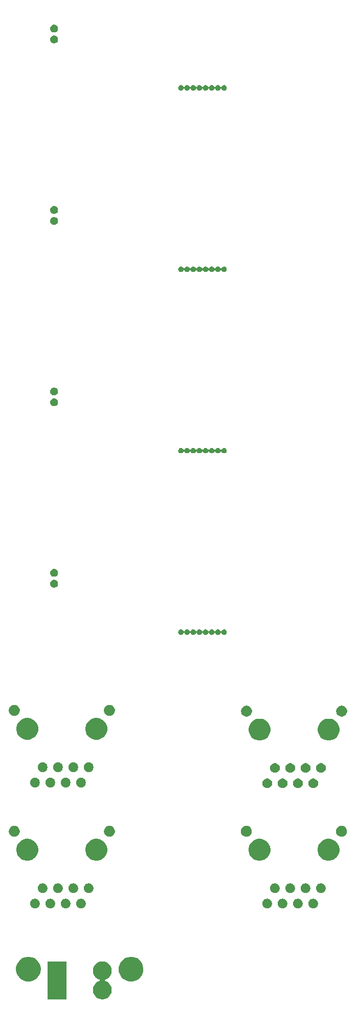
<source format=gbr>
G04 #@! TF.GenerationSoftware,KiCad,Pcbnew,5.0.1*
G04 #@! TF.CreationDate,2019-03-03T01:18:44-08:00*
G04 #@! TF.ProjectId,piboard,7069626F6172642E6B696361645F7063,rev?*
G04 #@! TF.SameCoordinates,Original*
G04 #@! TF.FileFunction,Soldermask,Bot*
G04 #@! TF.FilePolarity,Negative*
%FSLAX46Y46*%
G04 Gerber Fmt 4.6, Leading zero omitted, Abs format (unit mm)*
G04 Created by KiCad (PCBNEW 5.0.1) date Sun 03 Mar 2019 01:18:44 AM PST*
%MOMM*%
%LPD*%
G01*
G04 APERTURE LIST*
%ADD10C,0.100000*%
G04 APERTURE END LIST*
D10*
G36*
X31842527Y-182988736D02*
X31942410Y-183008604D01*
X32224674Y-183125521D01*
X32478705Y-183295259D01*
X32694741Y-183511295D01*
X32864479Y-183765326D01*
X32981396Y-184047590D01*
X33041000Y-184347240D01*
X33041000Y-184652760D01*
X32981396Y-184952410D01*
X32864479Y-185234674D01*
X32694741Y-185488705D01*
X32478705Y-185704741D01*
X32224674Y-185874479D01*
X31983162Y-185974516D01*
X31961553Y-185986066D01*
X31942611Y-186001612D01*
X31927065Y-186020554D01*
X31915514Y-186042165D01*
X31908401Y-186065614D01*
X31905999Y-186090000D01*
X31908401Y-186114386D01*
X31915514Y-186137835D01*
X31927065Y-186159446D01*
X31942611Y-186178388D01*
X31961553Y-186193934D01*
X31983162Y-186205484D01*
X32224674Y-186305521D01*
X32478705Y-186475259D01*
X32694741Y-186691295D01*
X32864479Y-186945326D01*
X32981396Y-187227590D01*
X33041000Y-187527240D01*
X33041000Y-187832760D01*
X32981396Y-188132410D01*
X32864479Y-188414674D01*
X32694741Y-188668705D01*
X32478705Y-188884741D01*
X32224674Y-189054479D01*
X31942410Y-189171396D01*
X31842527Y-189191264D01*
X31642762Y-189231000D01*
X31337238Y-189231000D01*
X31137473Y-189191264D01*
X31037590Y-189171396D01*
X30755326Y-189054479D01*
X30501295Y-188884741D01*
X30285259Y-188668705D01*
X30115521Y-188414674D01*
X29998604Y-188132410D01*
X29939000Y-187832760D01*
X29939000Y-187527240D01*
X29998604Y-187227590D01*
X30115521Y-186945326D01*
X30285259Y-186691295D01*
X30501295Y-186475259D01*
X30755326Y-186305521D01*
X30996838Y-186205484D01*
X31018447Y-186193934D01*
X31037389Y-186178388D01*
X31052935Y-186159446D01*
X31064486Y-186137835D01*
X31071599Y-186114386D01*
X31074001Y-186090000D01*
X31071599Y-186065614D01*
X31064486Y-186042165D01*
X31052935Y-186020554D01*
X31037389Y-186001612D01*
X31018447Y-185986066D01*
X30996838Y-185974516D01*
X30755326Y-185874479D01*
X30501295Y-185704741D01*
X30285259Y-185488705D01*
X30115521Y-185234674D01*
X29998604Y-184952410D01*
X29939000Y-184652760D01*
X29939000Y-184347240D01*
X29998604Y-184047590D01*
X30115521Y-183765326D01*
X30285259Y-183511295D01*
X30501295Y-183295259D01*
X30755326Y-183125521D01*
X31037590Y-183008604D01*
X31137473Y-182988736D01*
X31337238Y-182949000D01*
X31642762Y-182949000D01*
X31842527Y-182988736D01*
X31842527Y-182988736D01*
G37*
G36*
X25551000Y-189231000D02*
X22449000Y-189231000D01*
X22449000Y-182949000D01*
X25551000Y-182949000D01*
X25551000Y-189231000D01*
X25551000Y-189231000D01*
G37*
G36*
X36838252Y-182277818D02*
X36838254Y-182277819D01*
X36838255Y-182277819D01*
X37211513Y-182432427D01*
X37211514Y-182432428D01*
X37547439Y-182656886D01*
X37833114Y-182942561D01*
X37833116Y-182942564D01*
X38057573Y-183278487D01*
X38064520Y-183295259D01*
X38212182Y-183651748D01*
X38291000Y-184047993D01*
X38291000Y-184452007D01*
X38251068Y-184652760D01*
X38212181Y-184848255D01*
X38057573Y-185221513D01*
X38057572Y-185221514D01*
X37833114Y-185557439D01*
X37547439Y-185843114D01*
X37547436Y-185843116D01*
X37211513Y-186067573D01*
X36838255Y-186222181D01*
X36838254Y-186222181D01*
X36838252Y-186222182D01*
X36442007Y-186301000D01*
X36037993Y-186301000D01*
X35641748Y-186222182D01*
X35641746Y-186222181D01*
X35641745Y-186222181D01*
X35268487Y-186067573D01*
X34932564Y-185843116D01*
X34932561Y-185843114D01*
X34646886Y-185557439D01*
X34422428Y-185221514D01*
X34422427Y-185221513D01*
X34267819Y-184848255D01*
X34228933Y-184652760D01*
X34189000Y-184452007D01*
X34189000Y-184047993D01*
X34267818Y-183651748D01*
X34415480Y-183295259D01*
X34422427Y-183278487D01*
X34646884Y-182942564D01*
X34646886Y-182942561D01*
X34932561Y-182656886D01*
X35268486Y-182432428D01*
X35268487Y-182432427D01*
X35641745Y-182277819D01*
X35641746Y-182277819D01*
X35641748Y-182277818D01*
X36037993Y-182199000D01*
X36442007Y-182199000D01*
X36838252Y-182277818D01*
X36838252Y-182277818D01*
G37*
G36*
X19848252Y-182277818D02*
X19848254Y-182277819D01*
X19848255Y-182277819D01*
X20221513Y-182432427D01*
X20221514Y-182432428D01*
X20557439Y-182656886D01*
X20843114Y-182942561D01*
X20843116Y-182942564D01*
X21067573Y-183278487D01*
X21074520Y-183295259D01*
X21222182Y-183651748D01*
X21301000Y-184047993D01*
X21301000Y-184452007D01*
X21261068Y-184652760D01*
X21222181Y-184848255D01*
X21067573Y-185221513D01*
X21067572Y-185221514D01*
X20843114Y-185557439D01*
X20557439Y-185843114D01*
X20557436Y-185843116D01*
X20221513Y-186067573D01*
X19848255Y-186222181D01*
X19848254Y-186222181D01*
X19848252Y-186222182D01*
X19452007Y-186301000D01*
X19047993Y-186301000D01*
X18651748Y-186222182D01*
X18651746Y-186222181D01*
X18651745Y-186222181D01*
X18278487Y-186067573D01*
X17942564Y-185843116D01*
X17942561Y-185843114D01*
X17656886Y-185557439D01*
X17432428Y-185221514D01*
X17432427Y-185221513D01*
X17277819Y-184848255D01*
X17238933Y-184652760D01*
X17199000Y-184452007D01*
X17199000Y-184047993D01*
X17277818Y-183651748D01*
X17425480Y-183295259D01*
X17432427Y-183278487D01*
X17656884Y-182942564D01*
X17656886Y-182942561D01*
X17942561Y-182656886D01*
X18278486Y-182432428D01*
X18278487Y-182432427D01*
X18651745Y-182277819D01*
X18651746Y-182277819D01*
X18651748Y-182277818D01*
X19047993Y-182199000D01*
X19452007Y-182199000D01*
X19848252Y-182277818D01*
X19848252Y-182277818D01*
G37*
G36*
X64083643Y-172619781D02*
X64229415Y-172680162D01*
X64360611Y-172767824D01*
X64472176Y-172879389D01*
X64559838Y-173010585D01*
X64620219Y-173156357D01*
X64651000Y-173311107D01*
X64651000Y-173468893D01*
X64620219Y-173623643D01*
X64559838Y-173769415D01*
X64472176Y-173900611D01*
X64360611Y-174012176D01*
X64229415Y-174099838D01*
X64083643Y-174160219D01*
X63928893Y-174191000D01*
X63771107Y-174191000D01*
X63616357Y-174160219D01*
X63470585Y-174099838D01*
X63339389Y-174012176D01*
X63227824Y-173900611D01*
X63140162Y-173769415D01*
X63079781Y-173623643D01*
X63049000Y-173468893D01*
X63049000Y-173311107D01*
X63079781Y-173156357D01*
X63140162Y-173010585D01*
X63227824Y-172879389D01*
X63339389Y-172767824D01*
X63470585Y-172680162D01*
X63616357Y-172619781D01*
X63771107Y-172589000D01*
X63928893Y-172589000D01*
X64083643Y-172619781D01*
X64083643Y-172619781D01*
G37*
G36*
X61543643Y-172619781D02*
X61689415Y-172680162D01*
X61820611Y-172767824D01*
X61932176Y-172879389D01*
X62019838Y-173010585D01*
X62080219Y-173156357D01*
X62111000Y-173311107D01*
X62111000Y-173468893D01*
X62080219Y-173623643D01*
X62019838Y-173769415D01*
X61932176Y-173900611D01*
X61820611Y-174012176D01*
X61689415Y-174099838D01*
X61543643Y-174160219D01*
X61388893Y-174191000D01*
X61231107Y-174191000D01*
X61076357Y-174160219D01*
X60930585Y-174099838D01*
X60799389Y-174012176D01*
X60687824Y-173900611D01*
X60600162Y-173769415D01*
X60539781Y-173623643D01*
X60509000Y-173468893D01*
X60509000Y-173311107D01*
X60539781Y-173156357D01*
X60600162Y-173010585D01*
X60687824Y-172879389D01*
X60799389Y-172767824D01*
X60930585Y-172680162D01*
X61076357Y-172619781D01*
X61231107Y-172589000D01*
X61388893Y-172589000D01*
X61543643Y-172619781D01*
X61543643Y-172619781D01*
G37*
G36*
X66623643Y-172619781D02*
X66769415Y-172680162D01*
X66900611Y-172767824D01*
X67012176Y-172879389D01*
X67099838Y-173010585D01*
X67160219Y-173156357D01*
X67191000Y-173311107D01*
X67191000Y-173468893D01*
X67160219Y-173623643D01*
X67099838Y-173769415D01*
X67012176Y-173900611D01*
X66900611Y-174012176D01*
X66769415Y-174099838D01*
X66623643Y-174160219D01*
X66468893Y-174191000D01*
X66311107Y-174191000D01*
X66156357Y-174160219D01*
X66010585Y-174099838D01*
X65879389Y-174012176D01*
X65767824Y-173900611D01*
X65680162Y-173769415D01*
X65619781Y-173623643D01*
X65589000Y-173468893D01*
X65589000Y-173311107D01*
X65619781Y-173156357D01*
X65680162Y-173010585D01*
X65767824Y-172879389D01*
X65879389Y-172767824D01*
X66010585Y-172680162D01*
X66156357Y-172619781D01*
X66311107Y-172589000D01*
X66468893Y-172589000D01*
X66623643Y-172619781D01*
X66623643Y-172619781D01*
G37*
G36*
X59003643Y-172619781D02*
X59149415Y-172680162D01*
X59280611Y-172767824D01*
X59392176Y-172879389D01*
X59479838Y-173010585D01*
X59540219Y-173156357D01*
X59571000Y-173311107D01*
X59571000Y-173468893D01*
X59540219Y-173623643D01*
X59479838Y-173769415D01*
X59392176Y-173900611D01*
X59280611Y-174012176D01*
X59149415Y-174099838D01*
X59003643Y-174160219D01*
X58848893Y-174191000D01*
X58691107Y-174191000D01*
X58536357Y-174160219D01*
X58390585Y-174099838D01*
X58259389Y-174012176D01*
X58147824Y-173900611D01*
X58060162Y-173769415D01*
X57999781Y-173623643D01*
X57969000Y-173468893D01*
X57969000Y-173311107D01*
X57999781Y-173156357D01*
X58060162Y-173010585D01*
X58147824Y-172879389D01*
X58259389Y-172767824D01*
X58390585Y-172680162D01*
X58536357Y-172619781D01*
X58691107Y-172589000D01*
X58848893Y-172589000D01*
X59003643Y-172619781D01*
X59003643Y-172619781D01*
G37*
G36*
X28193643Y-172619781D02*
X28339415Y-172680162D01*
X28470611Y-172767824D01*
X28582176Y-172879389D01*
X28669838Y-173010585D01*
X28730219Y-173156357D01*
X28761000Y-173311107D01*
X28761000Y-173468893D01*
X28730219Y-173623643D01*
X28669838Y-173769415D01*
X28582176Y-173900611D01*
X28470611Y-174012176D01*
X28339415Y-174099838D01*
X28193643Y-174160219D01*
X28038893Y-174191000D01*
X27881107Y-174191000D01*
X27726357Y-174160219D01*
X27580585Y-174099838D01*
X27449389Y-174012176D01*
X27337824Y-173900611D01*
X27250162Y-173769415D01*
X27189781Y-173623643D01*
X27159000Y-173468893D01*
X27159000Y-173311107D01*
X27189781Y-173156357D01*
X27250162Y-173010585D01*
X27337824Y-172879389D01*
X27449389Y-172767824D01*
X27580585Y-172680162D01*
X27726357Y-172619781D01*
X27881107Y-172589000D01*
X28038893Y-172589000D01*
X28193643Y-172619781D01*
X28193643Y-172619781D01*
G37*
G36*
X25653643Y-172619781D02*
X25799415Y-172680162D01*
X25930611Y-172767824D01*
X26042176Y-172879389D01*
X26129838Y-173010585D01*
X26190219Y-173156357D01*
X26221000Y-173311107D01*
X26221000Y-173468893D01*
X26190219Y-173623643D01*
X26129838Y-173769415D01*
X26042176Y-173900611D01*
X25930611Y-174012176D01*
X25799415Y-174099838D01*
X25653643Y-174160219D01*
X25498893Y-174191000D01*
X25341107Y-174191000D01*
X25186357Y-174160219D01*
X25040585Y-174099838D01*
X24909389Y-174012176D01*
X24797824Y-173900611D01*
X24710162Y-173769415D01*
X24649781Y-173623643D01*
X24619000Y-173468893D01*
X24619000Y-173311107D01*
X24649781Y-173156357D01*
X24710162Y-173010585D01*
X24797824Y-172879389D01*
X24909389Y-172767824D01*
X25040585Y-172680162D01*
X25186357Y-172619781D01*
X25341107Y-172589000D01*
X25498893Y-172589000D01*
X25653643Y-172619781D01*
X25653643Y-172619781D01*
G37*
G36*
X23113643Y-172619781D02*
X23259415Y-172680162D01*
X23390611Y-172767824D01*
X23502176Y-172879389D01*
X23589838Y-173010585D01*
X23650219Y-173156357D01*
X23681000Y-173311107D01*
X23681000Y-173468893D01*
X23650219Y-173623643D01*
X23589838Y-173769415D01*
X23502176Y-173900611D01*
X23390611Y-174012176D01*
X23259415Y-174099838D01*
X23113643Y-174160219D01*
X22958893Y-174191000D01*
X22801107Y-174191000D01*
X22646357Y-174160219D01*
X22500585Y-174099838D01*
X22369389Y-174012176D01*
X22257824Y-173900611D01*
X22170162Y-173769415D01*
X22109781Y-173623643D01*
X22079000Y-173468893D01*
X22079000Y-173311107D01*
X22109781Y-173156357D01*
X22170162Y-173010585D01*
X22257824Y-172879389D01*
X22369389Y-172767824D01*
X22500585Y-172680162D01*
X22646357Y-172619781D01*
X22801107Y-172589000D01*
X22958893Y-172589000D01*
X23113643Y-172619781D01*
X23113643Y-172619781D01*
G37*
G36*
X20573643Y-172619781D02*
X20719415Y-172680162D01*
X20850611Y-172767824D01*
X20962176Y-172879389D01*
X21049838Y-173010585D01*
X21110219Y-173156357D01*
X21141000Y-173311107D01*
X21141000Y-173468893D01*
X21110219Y-173623643D01*
X21049838Y-173769415D01*
X20962176Y-173900611D01*
X20850611Y-174012176D01*
X20719415Y-174099838D01*
X20573643Y-174160219D01*
X20418893Y-174191000D01*
X20261107Y-174191000D01*
X20106357Y-174160219D01*
X19960585Y-174099838D01*
X19829389Y-174012176D01*
X19717824Y-173900611D01*
X19630162Y-173769415D01*
X19569781Y-173623643D01*
X19539000Y-173468893D01*
X19539000Y-173311107D01*
X19569781Y-173156357D01*
X19630162Y-173010585D01*
X19717824Y-172879389D01*
X19829389Y-172767824D01*
X19960585Y-172680162D01*
X20106357Y-172619781D01*
X20261107Y-172589000D01*
X20418893Y-172589000D01*
X20573643Y-172619781D01*
X20573643Y-172619781D01*
G37*
G36*
X21843643Y-170079781D02*
X21989415Y-170140162D01*
X22120611Y-170227824D01*
X22232176Y-170339389D01*
X22319838Y-170470585D01*
X22380219Y-170616357D01*
X22411000Y-170771107D01*
X22411000Y-170928893D01*
X22380219Y-171083643D01*
X22319838Y-171229415D01*
X22232176Y-171360611D01*
X22120611Y-171472176D01*
X21989415Y-171559838D01*
X21843643Y-171620219D01*
X21688893Y-171651000D01*
X21531107Y-171651000D01*
X21376357Y-171620219D01*
X21230585Y-171559838D01*
X21099389Y-171472176D01*
X20987824Y-171360611D01*
X20900162Y-171229415D01*
X20839781Y-171083643D01*
X20809000Y-170928893D01*
X20809000Y-170771107D01*
X20839781Y-170616357D01*
X20900162Y-170470585D01*
X20987824Y-170339389D01*
X21099389Y-170227824D01*
X21230585Y-170140162D01*
X21376357Y-170079781D01*
X21531107Y-170049000D01*
X21688893Y-170049000D01*
X21843643Y-170079781D01*
X21843643Y-170079781D01*
G37*
G36*
X60273643Y-170079781D02*
X60419415Y-170140162D01*
X60550611Y-170227824D01*
X60662176Y-170339389D01*
X60749838Y-170470585D01*
X60810219Y-170616357D01*
X60841000Y-170771107D01*
X60841000Y-170928893D01*
X60810219Y-171083643D01*
X60749838Y-171229415D01*
X60662176Y-171360611D01*
X60550611Y-171472176D01*
X60419415Y-171559838D01*
X60273643Y-171620219D01*
X60118893Y-171651000D01*
X59961107Y-171651000D01*
X59806357Y-171620219D01*
X59660585Y-171559838D01*
X59529389Y-171472176D01*
X59417824Y-171360611D01*
X59330162Y-171229415D01*
X59269781Y-171083643D01*
X59239000Y-170928893D01*
X59239000Y-170771107D01*
X59269781Y-170616357D01*
X59330162Y-170470585D01*
X59417824Y-170339389D01*
X59529389Y-170227824D01*
X59660585Y-170140162D01*
X59806357Y-170079781D01*
X59961107Y-170049000D01*
X60118893Y-170049000D01*
X60273643Y-170079781D01*
X60273643Y-170079781D01*
G37*
G36*
X67893643Y-170079781D02*
X68039415Y-170140162D01*
X68170611Y-170227824D01*
X68282176Y-170339389D01*
X68369838Y-170470585D01*
X68430219Y-170616357D01*
X68461000Y-170771107D01*
X68461000Y-170928893D01*
X68430219Y-171083643D01*
X68369838Y-171229415D01*
X68282176Y-171360611D01*
X68170611Y-171472176D01*
X68039415Y-171559838D01*
X67893643Y-171620219D01*
X67738893Y-171651000D01*
X67581107Y-171651000D01*
X67426357Y-171620219D01*
X67280585Y-171559838D01*
X67149389Y-171472176D01*
X67037824Y-171360611D01*
X66950162Y-171229415D01*
X66889781Y-171083643D01*
X66859000Y-170928893D01*
X66859000Y-170771107D01*
X66889781Y-170616357D01*
X66950162Y-170470585D01*
X67037824Y-170339389D01*
X67149389Y-170227824D01*
X67280585Y-170140162D01*
X67426357Y-170079781D01*
X67581107Y-170049000D01*
X67738893Y-170049000D01*
X67893643Y-170079781D01*
X67893643Y-170079781D01*
G37*
G36*
X65353643Y-170079781D02*
X65499415Y-170140162D01*
X65630611Y-170227824D01*
X65742176Y-170339389D01*
X65829838Y-170470585D01*
X65890219Y-170616357D01*
X65921000Y-170771107D01*
X65921000Y-170928893D01*
X65890219Y-171083643D01*
X65829838Y-171229415D01*
X65742176Y-171360611D01*
X65630611Y-171472176D01*
X65499415Y-171559838D01*
X65353643Y-171620219D01*
X65198893Y-171651000D01*
X65041107Y-171651000D01*
X64886357Y-171620219D01*
X64740585Y-171559838D01*
X64609389Y-171472176D01*
X64497824Y-171360611D01*
X64410162Y-171229415D01*
X64349781Y-171083643D01*
X64319000Y-170928893D01*
X64319000Y-170771107D01*
X64349781Y-170616357D01*
X64410162Y-170470585D01*
X64497824Y-170339389D01*
X64609389Y-170227824D01*
X64740585Y-170140162D01*
X64886357Y-170079781D01*
X65041107Y-170049000D01*
X65198893Y-170049000D01*
X65353643Y-170079781D01*
X65353643Y-170079781D01*
G37*
G36*
X62813643Y-170079781D02*
X62959415Y-170140162D01*
X63090611Y-170227824D01*
X63202176Y-170339389D01*
X63289838Y-170470585D01*
X63350219Y-170616357D01*
X63381000Y-170771107D01*
X63381000Y-170928893D01*
X63350219Y-171083643D01*
X63289838Y-171229415D01*
X63202176Y-171360611D01*
X63090611Y-171472176D01*
X62959415Y-171559838D01*
X62813643Y-171620219D01*
X62658893Y-171651000D01*
X62501107Y-171651000D01*
X62346357Y-171620219D01*
X62200585Y-171559838D01*
X62069389Y-171472176D01*
X61957824Y-171360611D01*
X61870162Y-171229415D01*
X61809781Y-171083643D01*
X61779000Y-170928893D01*
X61779000Y-170771107D01*
X61809781Y-170616357D01*
X61870162Y-170470585D01*
X61957824Y-170339389D01*
X62069389Y-170227824D01*
X62200585Y-170140162D01*
X62346357Y-170079781D01*
X62501107Y-170049000D01*
X62658893Y-170049000D01*
X62813643Y-170079781D01*
X62813643Y-170079781D01*
G37*
G36*
X24383643Y-170079781D02*
X24529415Y-170140162D01*
X24660611Y-170227824D01*
X24772176Y-170339389D01*
X24859838Y-170470585D01*
X24920219Y-170616357D01*
X24951000Y-170771107D01*
X24951000Y-170928893D01*
X24920219Y-171083643D01*
X24859838Y-171229415D01*
X24772176Y-171360611D01*
X24660611Y-171472176D01*
X24529415Y-171559838D01*
X24383643Y-171620219D01*
X24228893Y-171651000D01*
X24071107Y-171651000D01*
X23916357Y-171620219D01*
X23770585Y-171559838D01*
X23639389Y-171472176D01*
X23527824Y-171360611D01*
X23440162Y-171229415D01*
X23379781Y-171083643D01*
X23349000Y-170928893D01*
X23349000Y-170771107D01*
X23379781Y-170616357D01*
X23440162Y-170470585D01*
X23527824Y-170339389D01*
X23639389Y-170227824D01*
X23770585Y-170140162D01*
X23916357Y-170079781D01*
X24071107Y-170049000D01*
X24228893Y-170049000D01*
X24383643Y-170079781D01*
X24383643Y-170079781D01*
G37*
G36*
X29463643Y-170079781D02*
X29609415Y-170140162D01*
X29740611Y-170227824D01*
X29852176Y-170339389D01*
X29939838Y-170470585D01*
X30000219Y-170616357D01*
X30031000Y-170771107D01*
X30031000Y-170928893D01*
X30000219Y-171083643D01*
X29939838Y-171229415D01*
X29852176Y-171360611D01*
X29740611Y-171472176D01*
X29609415Y-171559838D01*
X29463643Y-171620219D01*
X29308893Y-171651000D01*
X29151107Y-171651000D01*
X28996357Y-171620219D01*
X28850585Y-171559838D01*
X28719389Y-171472176D01*
X28607824Y-171360611D01*
X28520162Y-171229415D01*
X28459781Y-171083643D01*
X28429000Y-170928893D01*
X28429000Y-170771107D01*
X28459781Y-170616357D01*
X28520162Y-170470585D01*
X28607824Y-170339389D01*
X28719389Y-170227824D01*
X28850585Y-170140162D01*
X28996357Y-170079781D01*
X29151107Y-170049000D01*
X29308893Y-170049000D01*
X29463643Y-170079781D01*
X29463643Y-170079781D01*
G37*
G36*
X26923643Y-170079781D02*
X27069415Y-170140162D01*
X27200611Y-170227824D01*
X27312176Y-170339389D01*
X27399838Y-170470585D01*
X27460219Y-170616357D01*
X27491000Y-170771107D01*
X27491000Y-170928893D01*
X27460219Y-171083643D01*
X27399838Y-171229415D01*
X27312176Y-171360611D01*
X27200611Y-171472176D01*
X27069415Y-171559838D01*
X26923643Y-171620219D01*
X26768893Y-171651000D01*
X26611107Y-171651000D01*
X26456357Y-171620219D01*
X26310585Y-171559838D01*
X26179389Y-171472176D01*
X26067824Y-171360611D01*
X25980162Y-171229415D01*
X25919781Y-171083643D01*
X25889000Y-170928893D01*
X25889000Y-170771107D01*
X25919781Y-170616357D01*
X25980162Y-170470585D01*
X26067824Y-170339389D01*
X26179389Y-170227824D01*
X26310585Y-170140162D01*
X26456357Y-170079781D01*
X26611107Y-170049000D01*
X26768893Y-170049000D01*
X26923643Y-170079781D01*
X26923643Y-170079781D01*
G37*
G36*
X19596791Y-162763404D02*
X19925462Y-162899544D01*
X20217321Y-163094559D01*
X20221261Y-163097191D01*
X20472809Y-163348739D01*
X20670457Y-163644540D01*
X20806596Y-163973209D01*
X20876000Y-164322124D01*
X20876000Y-164677876D01*
X20806596Y-165026791D01*
X20670457Y-165355460D01*
X20472809Y-165651261D01*
X20221261Y-165902809D01*
X20221258Y-165902811D01*
X19925462Y-166100456D01*
X19925461Y-166100457D01*
X19925460Y-166100457D01*
X19596791Y-166236596D01*
X19247876Y-166306000D01*
X18892124Y-166306000D01*
X18543209Y-166236596D01*
X18214540Y-166100457D01*
X18214539Y-166100457D01*
X18214538Y-166100456D01*
X17918742Y-165902811D01*
X17918739Y-165902809D01*
X17667191Y-165651261D01*
X17469543Y-165355460D01*
X17333404Y-165026791D01*
X17264000Y-164677876D01*
X17264000Y-164322124D01*
X17333404Y-163973209D01*
X17469543Y-163644540D01*
X17667191Y-163348739D01*
X17918739Y-163097191D01*
X17922679Y-163094559D01*
X18214538Y-162899544D01*
X18543209Y-162763404D01*
X18892124Y-162694000D01*
X19247876Y-162694000D01*
X19596791Y-162763404D01*
X19596791Y-162763404D01*
G37*
G36*
X69456791Y-162763404D02*
X69785462Y-162899544D01*
X70077321Y-163094559D01*
X70081261Y-163097191D01*
X70332809Y-163348739D01*
X70530457Y-163644540D01*
X70666596Y-163973209D01*
X70736000Y-164322124D01*
X70736000Y-164677876D01*
X70666596Y-165026791D01*
X70530457Y-165355460D01*
X70332809Y-165651261D01*
X70081261Y-165902809D01*
X70081258Y-165902811D01*
X69785462Y-166100456D01*
X69785461Y-166100457D01*
X69785460Y-166100457D01*
X69456791Y-166236596D01*
X69107876Y-166306000D01*
X68752124Y-166306000D01*
X68403209Y-166236596D01*
X68074540Y-166100457D01*
X68074539Y-166100457D01*
X68074538Y-166100456D01*
X67778742Y-165902811D01*
X67778739Y-165902809D01*
X67527191Y-165651261D01*
X67329543Y-165355460D01*
X67193404Y-165026791D01*
X67124000Y-164677876D01*
X67124000Y-164322124D01*
X67193404Y-163973209D01*
X67329543Y-163644540D01*
X67527191Y-163348739D01*
X67778739Y-163097191D01*
X67782679Y-163094559D01*
X68074538Y-162899544D01*
X68403209Y-162763404D01*
X68752124Y-162694000D01*
X69107876Y-162694000D01*
X69456791Y-162763404D01*
X69456791Y-162763404D01*
G37*
G36*
X58026791Y-162763404D02*
X58355462Y-162899544D01*
X58647321Y-163094559D01*
X58651261Y-163097191D01*
X58902809Y-163348739D01*
X59100457Y-163644540D01*
X59236596Y-163973209D01*
X59306000Y-164322124D01*
X59306000Y-164677876D01*
X59236596Y-165026791D01*
X59100457Y-165355460D01*
X58902809Y-165651261D01*
X58651261Y-165902809D01*
X58651258Y-165902811D01*
X58355462Y-166100456D01*
X58355461Y-166100457D01*
X58355460Y-166100457D01*
X58026791Y-166236596D01*
X57677876Y-166306000D01*
X57322124Y-166306000D01*
X56973209Y-166236596D01*
X56644540Y-166100457D01*
X56644539Y-166100457D01*
X56644538Y-166100456D01*
X56348742Y-165902811D01*
X56348739Y-165902809D01*
X56097191Y-165651261D01*
X55899543Y-165355460D01*
X55763404Y-165026791D01*
X55694000Y-164677876D01*
X55694000Y-164322124D01*
X55763404Y-163973209D01*
X55899543Y-163644540D01*
X56097191Y-163348739D01*
X56348739Y-163097191D01*
X56352679Y-163094559D01*
X56644538Y-162899544D01*
X56973209Y-162763404D01*
X57322124Y-162694000D01*
X57677876Y-162694000D01*
X58026791Y-162763404D01*
X58026791Y-162763404D01*
G37*
G36*
X31026791Y-162763404D02*
X31355462Y-162899544D01*
X31647321Y-163094559D01*
X31651261Y-163097191D01*
X31902809Y-163348739D01*
X32100457Y-163644540D01*
X32236596Y-163973209D01*
X32306000Y-164322124D01*
X32306000Y-164677876D01*
X32236596Y-165026791D01*
X32100457Y-165355460D01*
X31902809Y-165651261D01*
X31651261Y-165902809D01*
X31651258Y-165902811D01*
X31355462Y-166100456D01*
X31355461Y-166100457D01*
X31355460Y-166100457D01*
X31026791Y-166236596D01*
X30677876Y-166306000D01*
X30322124Y-166306000D01*
X29973209Y-166236596D01*
X29644540Y-166100457D01*
X29644539Y-166100457D01*
X29644538Y-166100456D01*
X29348742Y-165902811D01*
X29348739Y-165902809D01*
X29097191Y-165651261D01*
X28899543Y-165355460D01*
X28763404Y-165026791D01*
X28694000Y-164677876D01*
X28694000Y-164322124D01*
X28763404Y-163973209D01*
X28899543Y-163644540D01*
X29097191Y-163348739D01*
X29348739Y-163097191D01*
X29352679Y-163094559D01*
X29644538Y-162899544D01*
X29973209Y-162763404D01*
X30322124Y-162694000D01*
X30677876Y-162694000D01*
X31026791Y-162763404D01*
X31026791Y-162763404D01*
G37*
G36*
X71354271Y-160578816D02*
X71519152Y-160647112D01*
X71667542Y-160746264D01*
X71793736Y-160872458D01*
X71892888Y-161020848D01*
X71961184Y-161185729D01*
X71996000Y-161360765D01*
X71996000Y-161539235D01*
X71961184Y-161714271D01*
X71892888Y-161879152D01*
X71793736Y-162027542D01*
X71667542Y-162153736D01*
X71519152Y-162252888D01*
X71354271Y-162321184D01*
X71179235Y-162356000D01*
X71000765Y-162356000D01*
X70825729Y-162321184D01*
X70660848Y-162252888D01*
X70512458Y-162153736D01*
X70386264Y-162027542D01*
X70287112Y-161879152D01*
X70218816Y-161714271D01*
X70184000Y-161539235D01*
X70184000Y-161360765D01*
X70218816Y-161185729D01*
X70287112Y-161020848D01*
X70386264Y-160872458D01*
X70512458Y-160746264D01*
X70660848Y-160647112D01*
X70825729Y-160578816D01*
X71000765Y-160544000D01*
X71179235Y-160544000D01*
X71354271Y-160578816D01*
X71354271Y-160578816D01*
G37*
G36*
X17174271Y-160578816D02*
X17339152Y-160647112D01*
X17487542Y-160746264D01*
X17613736Y-160872458D01*
X17712888Y-161020848D01*
X17781184Y-161185729D01*
X17816000Y-161360765D01*
X17816000Y-161539235D01*
X17781184Y-161714271D01*
X17712888Y-161879152D01*
X17613736Y-162027542D01*
X17487542Y-162153736D01*
X17339152Y-162252888D01*
X17174271Y-162321184D01*
X16999235Y-162356000D01*
X16820765Y-162356000D01*
X16645729Y-162321184D01*
X16480848Y-162252888D01*
X16332458Y-162153736D01*
X16206264Y-162027542D01*
X16107112Y-161879152D01*
X16038816Y-161714271D01*
X16004000Y-161539235D01*
X16004000Y-161360765D01*
X16038816Y-161185729D01*
X16107112Y-161020848D01*
X16206264Y-160872458D01*
X16332458Y-160746264D01*
X16480848Y-160647112D01*
X16645729Y-160578816D01*
X16820765Y-160544000D01*
X16999235Y-160544000D01*
X17174271Y-160578816D01*
X17174271Y-160578816D01*
G37*
G36*
X32924271Y-160578816D02*
X33089152Y-160647112D01*
X33237542Y-160746264D01*
X33363736Y-160872458D01*
X33462888Y-161020848D01*
X33531184Y-161185729D01*
X33566000Y-161360765D01*
X33566000Y-161539235D01*
X33531184Y-161714271D01*
X33462888Y-161879152D01*
X33363736Y-162027542D01*
X33237542Y-162153736D01*
X33089152Y-162252888D01*
X32924271Y-162321184D01*
X32749235Y-162356000D01*
X32570765Y-162356000D01*
X32395729Y-162321184D01*
X32230848Y-162252888D01*
X32082458Y-162153736D01*
X31956264Y-162027542D01*
X31857112Y-161879152D01*
X31788816Y-161714271D01*
X31754000Y-161539235D01*
X31754000Y-161360765D01*
X31788816Y-161185729D01*
X31857112Y-161020848D01*
X31956264Y-160872458D01*
X32082458Y-160746264D01*
X32230848Y-160647112D01*
X32395729Y-160578816D01*
X32570765Y-160544000D01*
X32749235Y-160544000D01*
X32924271Y-160578816D01*
X32924271Y-160578816D01*
G37*
G36*
X55604271Y-160578816D02*
X55769152Y-160647112D01*
X55917542Y-160746264D01*
X56043736Y-160872458D01*
X56142888Y-161020848D01*
X56211184Y-161185729D01*
X56246000Y-161360765D01*
X56246000Y-161539235D01*
X56211184Y-161714271D01*
X56142888Y-161879152D01*
X56043736Y-162027542D01*
X55917542Y-162153736D01*
X55769152Y-162252888D01*
X55604271Y-162321184D01*
X55429235Y-162356000D01*
X55250765Y-162356000D01*
X55075729Y-162321184D01*
X54910848Y-162252888D01*
X54762458Y-162153736D01*
X54636264Y-162027542D01*
X54537112Y-161879152D01*
X54468816Y-161714271D01*
X54434000Y-161539235D01*
X54434000Y-161360765D01*
X54468816Y-161185729D01*
X54537112Y-161020848D01*
X54636264Y-160872458D01*
X54762458Y-160746264D01*
X54910848Y-160647112D01*
X55075729Y-160578816D01*
X55250765Y-160544000D01*
X55429235Y-160544000D01*
X55604271Y-160578816D01*
X55604271Y-160578816D01*
G37*
G36*
X59018643Y-152744782D02*
X59164415Y-152805163D01*
X59295611Y-152892825D01*
X59407176Y-153004390D01*
X59494838Y-153135586D01*
X59555219Y-153281358D01*
X59586000Y-153436108D01*
X59586000Y-153593894D01*
X59555219Y-153748644D01*
X59494838Y-153894416D01*
X59407176Y-154025612D01*
X59295611Y-154137177D01*
X59164415Y-154224839D01*
X59018643Y-154285220D01*
X58863893Y-154316001D01*
X58706107Y-154316001D01*
X58551357Y-154285220D01*
X58405585Y-154224839D01*
X58274389Y-154137177D01*
X58162824Y-154025612D01*
X58075162Y-153894416D01*
X58014781Y-153748644D01*
X57984000Y-153593894D01*
X57984000Y-153436108D01*
X58014781Y-153281358D01*
X58075162Y-153135586D01*
X58162824Y-153004390D01*
X58274389Y-152892825D01*
X58405585Y-152805163D01*
X58551357Y-152744782D01*
X58706107Y-152714001D01*
X58863893Y-152714001D01*
X59018643Y-152744782D01*
X59018643Y-152744782D01*
G37*
G36*
X64098643Y-152744782D02*
X64244415Y-152805163D01*
X64375611Y-152892825D01*
X64487176Y-153004390D01*
X64574838Y-153135586D01*
X64635219Y-153281358D01*
X64666000Y-153436108D01*
X64666000Y-153593894D01*
X64635219Y-153748644D01*
X64574838Y-153894416D01*
X64487176Y-154025612D01*
X64375611Y-154137177D01*
X64244415Y-154224839D01*
X64098643Y-154285220D01*
X63943893Y-154316001D01*
X63786107Y-154316001D01*
X63631357Y-154285220D01*
X63485585Y-154224839D01*
X63354389Y-154137177D01*
X63242824Y-154025612D01*
X63155162Y-153894416D01*
X63094781Y-153748644D01*
X63064000Y-153593894D01*
X63064000Y-153436108D01*
X63094781Y-153281358D01*
X63155162Y-153135586D01*
X63242824Y-153004390D01*
X63354389Y-152892825D01*
X63485585Y-152805163D01*
X63631357Y-152744782D01*
X63786107Y-152714001D01*
X63943893Y-152714001D01*
X64098643Y-152744782D01*
X64098643Y-152744782D01*
G37*
G36*
X66638643Y-152744782D02*
X66784415Y-152805163D01*
X66915611Y-152892825D01*
X67027176Y-153004390D01*
X67114838Y-153135586D01*
X67175219Y-153281358D01*
X67206000Y-153436108D01*
X67206000Y-153593894D01*
X67175219Y-153748644D01*
X67114838Y-153894416D01*
X67027176Y-154025612D01*
X66915611Y-154137177D01*
X66784415Y-154224839D01*
X66638643Y-154285220D01*
X66483893Y-154316001D01*
X66326107Y-154316001D01*
X66171357Y-154285220D01*
X66025585Y-154224839D01*
X65894389Y-154137177D01*
X65782824Y-154025612D01*
X65695162Y-153894416D01*
X65634781Y-153748644D01*
X65604000Y-153593894D01*
X65604000Y-153436108D01*
X65634781Y-153281358D01*
X65695162Y-153135586D01*
X65782824Y-153004390D01*
X65894389Y-152892825D01*
X66025585Y-152805163D01*
X66171357Y-152744782D01*
X66326107Y-152714001D01*
X66483893Y-152714001D01*
X66638643Y-152744782D01*
X66638643Y-152744782D01*
G37*
G36*
X61558643Y-152744782D02*
X61704415Y-152805163D01*
X61835611Y-152892825D01*
X61947176Y-153004390D01*
X62034838Y-153135586D01*
X62095219Y-153281358D01*
X62126000Y-153436108D01*
X62126000Y-153593894D01*
X62095219Y-153748644D01*
X62034838Y-153894416D01*
X61947176Y-154025612D01*
X61835611Y-154137177D01*
X61704415Y-154224839D01*
X61558643Y-154285220D01*
X61403893Y-154316001D01*
X61246107Y-154316001D01*
X61091357Y-154285220D01*
X60945585Y-154224839D01*
X60814389Y-154137177D01*
X60702824Y-154025612D01*
X60615162Y-153894416D01*
X60554781Y-153748644D01*
X60524000Y-153593894D01*
X60524000Y-153436108D01*
X60554781Y-153281358D01*
X60615162Y-153135586D01*
X60702824Y-153004390D01*
X60814389Y-152892825D01*
X60945585Y-152805163D01*
X61091357Y-152744782D01*
X61246107Y-152714001D01*
X61403893Y-152714001D01*
X61558643Y-152744782D01*
X61558643Y-152744782D01*
G37*
G36*
X25653643Y-152619781D02*
X25799415Y-152680162D01*
X25930611Y-152767824D01*
X26042176Y-152879389D01*
X26129838Y-153010585D01*
X26190219Y-153156357D01*
X26221000Y-153311107D01*
X26221000Y-153468893D01*
X26190219Y-153623643D01*
X26129838Y-153769415D01*
X26042176Y-153900611D01*
X25930611Y-154012176D01*
X25799415Y-154099838D01*
X25653643Y-154160219D01*
X25498893Y-154191000D01*
X25341107Y-154191000D01*
X25186357Y-154160219D01*
X25040585Y-154099838D01*
X24909389Y-154012176D01*
X24797824Y-153900611D01*
X24710162Y-153769415D01*
X24649781Y-153623643D01*
X24619000Y-153468893D01*
X24619000Y-153311107D01*
X24649781Y-153156357D01*
X24710162Y-153010585D01*
X24797824Y-152879389D01*
X24909389Y-152767824D01*
X25040585Y-152680162D01*
X25186357Y-152619781D01*
X25341107Y-152589000D01*
X25498893Y-152589000D01*
X25653643Y-152619781D01*
X25653643Y-152619781D01*
G37*
G36*
X23113643Y-152619781D02*
X23259415Y-152680162D01*
X23390611Y-152767824D01*
X23502176Y-152879389D01*
X23589838Y-153010585D01*
X23650219Y-153156357D01*
X23681000Y-153311107D01*
X23681000Y-153468893D01*
X23650219Y-153623643D01*
X23589838Y-153769415D01*
X23502176Y-153900611D01*
X23390611Y-154012176D01*
X23259415Y-154099838D01*
X23113643Y-154160219D01*
X22958893Y-154191000D01*
X22801107Y-154191000D01*
X22646357Y-154160219D01*
X22500585Y-154099838D01*
X22369389Y-154012176D01*
X22257824Y-153900611D01*
X22170162Y-153769415D01*
X22109781Y-153623643D01*
X22079000Y-153468893D01*
X22079000Y-153311107D01*
X22109781Y-153156357D01*
X22170162Y-153010585D01*
X22257824Y-152879389D01*
X22369389Y-152767824D01*
X22500585Y-152680162D01*
X22646357Y-152619781D01*
X22801107Y-152589000D01*
X22958893Y-152589000D01*
X23113643Y-152619781D01*
X23113643Y-152619781D01*
G37*
G36*
X20573643Y-152619781D02*
X20719415Y-152680162D01*
X20850611Y-152767824D01*
X20962176Y-152879389D01*
X21049838Y-153010585D01*
X21110219Y-153156357D01*
X21141000Y-153311107D01*
X21141000Y-153468893D01*
X21110219Y-153623643D01*
X21049838Y-153769415D01*
X20962176Y-153900611D01*
X20850611Y-154012176D01*
X20719415Y-154099838D01*
X20573643Y-154160219D01*
X20418893Y-154191000D01*
X20261107Y-154191000D01*
X20106357Y-154160219D01*
X19960585Y-154099838D01*
X19829389Y-154012176D01*
X19717824Y-153900611D01*
X19630162Y-153769415D01*
X19569781Y-153623643D01*
X19539000Y-153468893D01*
X19539000Y-153311107D01*
X19569781Y-153156357D01*
X19630162Y-153010585D01*
X19717824Y-152879389D01*
X19829389Y-152767824D01*
X19960585Y-152680162D01*
X20106357Y-152619781D01*
X20261107Y-152589000D01*
X20418893Y-152589000D01*
X20573643Y-152619781D01*
X20573643Y-152619781D01*
G37*
G36*
X28193643Y-152619781D02*
X28339415Y-152680162D01*
X28470611Y-152767824D01*
X28582176Y-152879389D01*
X28669838Y-153010585D01*
X28730219Y-153156357D01*
X28761000Y-153311107D01*
X28761000Y-153468893D01*
X28730219Y-153623643D01*
X28669838Y-153769415D01*
X28582176Y-153900611D01*
X28470611Y-154012176D01*
X28339415Y-154099838D01*
X28193643Y-154160219D01*
X28038893Y-154191000D01*
X27881107Y-154191000D01*
X27726357Y-154160219D01*
X27580585Y-154099838D01*
X27449389Y-154012176D01*
X27337824Y-153900611D01*
X27250162Y-153769415D01*
X27189781Y-153623643D01*
X27159000Y-153468893D01*
X27159000Y-153311107D01*
X27189781Y-153156357D01*
X27250162Y-153010585D01*
X27337824Y-152879389D01*
X27449389Y-152767824D01*
X27580585Y-152680162D01*
X27726357Y-152619781D01*
X27881107Y-152589000D01*
X28038893Y-152589000D01*
X28193643Y-152619781D01*
X28193643Y-152619781D01*
G37*
G36*
X60288643Y-150204782D02*
X60434415Y-150265163D01*
X60565611Y-150352825D01*
X60677176Y-150464390D01*
X60764838Y-150595586D01*
X60825219Y-150741358D01*
X60856000Y-150896108D01*
X60856000Y-151053894D01*
X60825219Y-151208644D01*
X60764838Y-151354416D01*
X60677176Y-151485612D01*
X60565611Y-151597177D01*
X60434415Y-151684839D01*
X60288643Y-151745220D01*
X60133893Y-151776001D01*
X59976107Y-151776001D01*
X59821357Y-151745220D01*
X59675585Y-151684839D01*
X59544389Y-151597177D01*
X59432824Y-151485612D01*
X59345162Y-151354416D01*
X59284781Y-151208644D01*
X59254000Y-151053894D01*
X59254000Y-150896108D01*
X59284781Y-150741358D01*
X59345162Y-150595586D01*
X59432824Y-150464390D01*
X59544389Y-150352825D01*
X59675585Y-150265163D01*
X59821357Y-150204782D01*
X59976107Y-150174001D01*
X60133893Y-150174001D01*
X60288643Y-150204782D01*
X60288643Y-150204782D01*
G37*
G36*
X67908643Y-150204782D02*
X68054415Y-150265163D01*
X68185611Y-150352825D01*
X68297176Y-150464390D01*
X68384838Y-150595586D01*
X68445219Y-150741358D01*
X68476000Y-150896108D01*
X68476000Y-151053894D01*
X68445219Y-151208644D01*
X68384838Y-151354416D01*
X68297176Y-151485612D01*
X68185611Y-151597177D01*
X68054415Y-151684839D01*
X67908643Y-151745220D01*
X67753893Y-151776001D01*
X67596107Y-151776001D01*
X67441357Y-151745220D01*
X67295585Y-151684839D01*
X67164389Y-151597177D01*
X67052824Y-151485612D01*
X66965162Y-151354416D01*
X66904781Y-151208644D01*
X66874000Y-151053894D01*
X66874000Y-150896108D01*
X66904781Y-150741358D01*
X66965162Y-150595586D01*
X67052824Y-150464390D01*
X67164389Y-150352825D01*
X67295585Y-150265163D01*
X67441357Y-150204782D01*
X67596107Y-150174001D01*
X67753893Y-150174001D01*
X67908643Y-150204782D01*
X67908643Y-150204782D01*
G37*
G36*
X65368643Y-150204782D02*
X65514415Y-150265163D01*
X65645611Y-150352825D01*
X65757176Y-150464390D01*
X65844838Y-150595586D01*
X65905219Y-150741358D01*
X65936000Y-150896108D01*
X65936000Y-151053894D01*
X65905219Y-151208644D01*
X65844838Y-151354416D01*
X65757176Y-151485612D01*
X65645611Y-151597177D01*
X65514415Y-151684839D01*
X65368643Y-151745220D01*
X65213893Y-151776001D01*
X65056107Y-151776001D01*
X64901357Y-151745220D01*
X64755585Y-151684839D01*
X64624389Y-151597177D01*
X64512824Y-151485612D01*
X64425162Y-151354416D01*
X64364781Y-151208644D01*
X64334000Y-151053894D01*
X64334000Y-150896108D01*
X64364781Y-150741358D01*
X64425162Y-150595586D01*
X64512824Y-150464390D01*
X64624389Y-150352825D01*
X64755585Y-150265163D01*
X64901357Y-150204782D01*
X65056107Y-150174001D01*
X65213893Y-150174001D01*
X65368643Y-150204782D01*
X65368643Y-150204782D01*
G37*
G36*
X62828643Y-150204782D02*
X62974415Y-150265163D01*
X63105611Y-150352825D01*
X63217176Y-150464390D01*
X63304838Y-150595586D01*
X63365219Y-150741358D01*
X63396000Y-150896108D01*
X63396000Y-151053894D01*
X63365219Y-151208644D01*
X63304838Y-151354416D01*
X63217176Y-151485612D01*
X63105611Y-151597177D01*
X62974415Y-151684839D01*
X62828643Y-151745220D01*
X62673893Y-151776001D01*
X62516107Y-151776001D01*
X62361357Y-151745220D01*
X62215585Y-151684839D01*
X62084389Y-151597177D01*
X61972824Y-151485612D01*
X61885162Y-151354416D01*
X61824781Y-151208644D01*
X61794000Y-151053894D01*
X61794000Y-150896108D01*
X61824781Y-150741358D01*
X61885162Y-150595586D01*
X61972824Y-150464390D01*
X62084389Y-150352825D01*
X62215585Y-150265163D01*
X62361357Y-150204782D01*
X62516107Y-150174001D01*
X62673893Y-150174001D01*
X62828643Y-150204782D01*
X62828643Y-150204782D01*
G37*
G36*
X21843643Y-150079781D02*
X21989415Y-150140162D01*
X22120611Y-150227824D01*
X22232176Y-150339389D01*
X22319838Y-150470585D01*
X22380219Y-150616357D01*
X22411000Y-150771107D01*
X22411000Y-150928893D01*
X22380219Y-151083643D01*
X22319838Y-151229415D01*
X22232176Y-151360611D01*
X22120611Y-151472176D01*
X21989415Y-151559838D01*
X21843643Y-151620219D01*
X21688893Y-151651000D01*
X21531107Y-151651000D01*
X21376357Y-151620219D01*
X21230585Y-151559838D01*
X21099389Y-151472176D01*
X20987824Y-151360611D01*
X20900162Y-151229415D01*
X20839781Y-151083643D01*
X20809000Y-150928893D01*
X20809000Y-150771107D01*
X20839781Y-150616357D01*
X20900162Y-150470585D01*
X20987824Y-150339389D01*
X21099389Y-150227824D01*
X21230585Y-150140162D01*
X21376357Y-150079781D01*
X21531107Y-150049000D01*
X21688893Y-150049000D01*
X21843643Y-150079781D01*
X21843643Y-150079781D01*
G37*
G36*
X24383643Y-150079781D02*
X24529415Y-150140162D01*
X24660611Y-150227824D01*
X24772176Y-150339389D01*
X24859838Y-150470585D01*
X24920219Y-150616357D01*
X24951000Y-150771107D01*
X24951000Y-150928893D01*
X24920219Y-151083643D01*
X24859838Y-151229415D01*
X24772176Y-151360611D01*
X24660611Y-151472176D01*
X24529415Y-151559838D01*
X24383643Y-151620219D01*
X24228893Y-151651000D01*
X24071107Y-151651000D01*
X23916357Y-151620219D01*
X23770585Y-151559838D01*
X23639389Y-151472176D01*
X23527824Y-151360611D01*
X23440162Y-151229415D01*
X23379781Y-151083643D01*
X23349000Y-150928893D01*
X23349000Y-150771107D01*
X23379781Y-150616357D01*
X23440162Y-150470585D01*
X23527824Y-150339389D01*
X23639389Y-150227824D01*
X23770585Y-150140162D01*
X23916357Y-150079781D01*
X24071107Y-150049000D01*
X24228893Y-150049000D01*
X24383643Y-150079781D01*
X24383643Y-150079781D01*
G37*
G36*
X26923643Y-150079781D02*
X27069415Y-150140162D01*
X27200611Y-150227824D01*
X27312176Y-150339389D01*
X27399838Y-150470585D01*
X27460219Y-150616357D01*
X27491000Y-150771107D01*
X27491000Y-150928893D01*
X27460219Y-151083643D01*
X27399838Y-151229415D01*
X27312176Y-151360611D01*
X27200611Y-151472176D01*
X27069415Y-151559838D01*
X26923643Y-151620219D01*
X26768893Y-151651000D01*
X26611107Y-151651000D01*
X26456357Y-151620219D01*
X26310585Y-151559838D01*
X26179389Y-151472176D01*
X26067824Y-151360611D01*
X25980162Y-151229415D01*
X25919781Y-151083643D01*
X25889000Y-150928893D01*
X25889000Y-150771107D01*
X25919781Y-150616357D01*
X25980162Y-150470585D01*
X26067824Y-150339389D01*
X26179389Y-150227824D01*
X26310585Y-150140162D01*
X26456357Y-150079781D01*
X26611107Y-150049000D01*
X26768893Y-150049000D01*
X26923643Y-150079781D01*
X26923643Y-150079781D01*
G37*
G36*
X29463643Y-150079781D02*
X29609415Y-150140162D01*
X29740611Y-150227824D01*
X29852176Y-150339389D01*
X29939838Y-150470585D01*
X30000219Y-150616357D01*
X30031000Y-150771107D01*
X30031000Y-150928893D01*
X30000219Y-151083643D01*
X29939838Y-151229415D01*
X29852176Y-151360611D01*
X29740611Y-151472176D01*
X29609415Y-151559838D01*
X29463643Y-151620219D01*
X29308893Y-151651000D01*
X29151107Y-151651000D01*
X28996357Y-151620219D01*
X28850585Y-151559838D01*
X28719389Y-151472176D01*
X28607824Y-151360611D01*
X28520162Y-151229415D01*
X28459781Y-151083643D01*
X28429000Y-150928893D01*
X28429000Y-150771107D01*
X28459781Y-150616357D01*
X28520162Y-150470585D01*
X28607824Y-150339389D01*
X28719389Y-150227824D01*
X28850585Y-150140162D01*
X28996357Y-150079781D01*
X29151107Y-150049000D01*
X29308893Y-150049000D01*
X29463643Y-150079781D01*
X29463643Y-150079781D01*
G37*
G36*
X58041791Y-142888405D02*
X58370462Y-143024545D01*
X58479181Y-143097189D01*
X58666261Y-143222192D01*
X58917809Y-143473740D01*
X59115457Y-143769541D01*
X59251596Y-144098210D01*
X59321000Y-144447125D01*
X59321000Y-144802877D01*
X59251596Y-145151792D01*
X59115457Y-145480461D01*
X58917809Y-145776262D01*
X58666261Y-146027810D01*
X58666258Y-146027812D01*
X58370462Y-146225457D01*
X58370461Y-146225458D01*
X58370460Y-146225458D01*
X58041791Y-146361597D01*
X57692876Y-146431001D01*
X57337124Y-146431001D01*
X56988209Y-146361597D01*
X56659540Y-146225458D01*
X56659539Y-146225458D01*
X56659538Y-146225457D01*
X56363742Y-146027812D01*
X56363739Y-146027810D01*
X56112191Y-145776262D01*
X55914543Y-145480461D01*
X55778404Y-145151792D01*
X55709000Y-144802877D01*
X55709000Y-144447125D01*
X55778404Y-144098210D01*
X55914543Y-143769541D01*
X56112191Y-143473740D01*
X56363739Y-143222192D01*
X56550819Y-143097189D01*
X56659538Y-143024545D01*
X56988209Y-142888405D01*
X57337124Y-142819001D01*
X57692876Y-142819001D01*
X58041791Y-142888405D01*
X58041791Y-142888405D01*
G37*
G36*
X69471791Y-142888405D02*
X69800462Y-143024545D01*
X69909181Y-143097189D01*
X70096261Y-143222192D01*
X70347809Y-143473740D01*
X70545457Y-143769541D01*
X70681596Y-144098210D01*
X70751000Y-144447125D01*
X70751000Y-144802877D01*
X70681596Y-145151792D01*
X70545457Y-145480461D01*
X70347809Y-145776262D01*
X70096261Y-146027810D01*
X70096258Y-146027812D01*
X69800462Y-146225457D01*
X69800461Y-146225458D01*
X69800460Y-146225458D01*
X69471791Y-146361597D01*
X69122876Y-146431001D01*
X68767124Y-146431001D01*
X68418209Y-146361597D01*
X68089540Y-146225458D01*
X68089539Y-146225458D01*
X68089538Y-146225457D01*
X67793742Y-146027812D01*
X67793739Y-146027810D01*
X67542191Y-145776262D01*
X67344543Y-145480461D01*
X67208404Y-145151792D01*
X67139000Y-144802877D01*
X67139000Y-144447125D01*
X67208404Y-144098210D01*
X67344543Y-143769541D01*
X67542191Y-143473740D01*
X67793739Y-143222192D01*
X67980819Y-143097189D01*
X68089538Y-143024545D01*
X68418209Y-142888405D01*
X68767124Y-142819001D01*
X69122876Y-142819001D01*
X69471791Y-142888405D01*
X69471791Y-142888405D01*
G37*
G36*
X19596791Y-142763404D02*
X19925462Y-142899544D01*
X20112537Y-143024544D01*
X20221261Y-143097191D01*
X20472809Y-143348739D01*
X20670457Y-143644540D01*
X20806596Y-143973209D01*
X20876000Y-144322124D01*
X20876000Y-144677876D01*
X20806596Y-145026791D01*
X20670457Y-145355460D01*
X20472809Y-145651261D01*
X20221261Y-145902809D01*
X20221258Y-145902811D01*
X19925462Y-146100456D01*
X19925461Y-146100457D01*
X19925460Y-146100457D01*
X19596791Y-146236596D01*
X19247876Y-146306000D01*
X18892124Y-146306000D01*
X18543209Y-146236596D01*
X18214540Y-146100457D01*
X18214539Y-146100457D01*
X18214538Y-146100456D01*
X17918742Y-145902811D01*
X17918739Y-145902809D01*
X17667191Y-145651261D01*
X17469543Y-145355460D01*
X17333404Y-145026791D01*
X17264000Y-144677876D01*
X17264000Y-144322124D01*
X17333404Y-143973209D01*
X17469543Y-143644540D01*
X17667191Y-143348739D01*
X17918739Y-143097191D01*
X18027463Y-143024544D01*
X18214538Y-142899544D01*
X18543209Y-142763404D01*
X18892124Y-142694000D01*
X19247876Y-142694000D01*
X19596791Y-142763404D01*
X19596791Y-142763404D01*
G37*
G36*
X31026791Y-142763404D02*
X31355462Y-142899544D01*
X31542537Y-143024544D01*
X31651261Y-143097191D01*
X31902809Y-143348739D01*
X32100457Y-143644540D01*
X32236596Y-143973209D01*
X32306000Y-144322124D01*
X32306000Y-144677876D01*
X32236596Y-145026791D01*
X32100457Y-145355460D01*
X31902809Y-145651261D01*
X31651261Y-145902809D01*
X31651258Y-145902811D01*
X31355462Y-146100456D01*
X31355461Y-146100457D01*
X31355460Y-146100457D01*
X31026791Y-146236596D01*
X30677876Y-146306000D01*
X30322124Y-146306000D01*
X29973209Y-146236596D01*
X29644540Y-146100457D01*
X29644539Y-146100457D01*
X29644538Y-146100456D01*
X29348742Y-145902811D01*
X29348739Y-145902809D01*
X29097191Y-145651261D01*
X28899543Y-145355460D01*
X28763404Y-145026791D01*
X28694000Y-144677876D01*
X28694000Y-144322124D01*
X28763404Y-143973209D01*
X28899543Y-143644540D01*
X29097191Y-143348739D01*
X29348739Y-143097191D01*
X29457463Y-143024544D01*
X29644538Y-142899544D01*
X29973209Y-142763404D01*
X30322124Y-142694000D01*
X30677876Y-142694000D01*
X31026791Y-142763404D01*
X31026791Y-142763404D01*
G37*
G36*
X71369271Y-140703817D02*
X71534152Y-140772113D01*
X71682542Y-140871265D01*
X71808736Y-140997459D01*
X71907888Y-141145849D01*
X71976184Y-141310730D01*
X72011000Y-141485766D01*
X72011000Y-141664236D01*
X71976184Y-141839272D01*
X71907888Y-142004153D01*
X71808736Y-142152543D01*
X71682542Y-142278737D01*
X71534152Y-142377889D01*
X71369271Y-142446185D01*
X71194235Y-142481001D01*
X71015765Y-142481001D01*
X70840729Y-142446185D01*
X70675848Y-142377889D01*
X70527458Y-142278737D01*
X70401264Y-142152543D01*
X70302112Y-142004153D01*
X70233816Y-141839272D01*
X70199000Y-141664236D01*
X70199000Y-141485766D01*
X70233816Y-141310730D01*
X70302112Y-141145849D01*
X70401264Y-140997459D01*
X70527458Y-140871265D01*
X70675848Y-140772113D01*
X70840729Y-140703817D01*
X71015765Y-140669001D01*
X71194235Y-140669001D01*
X71369271Y-140703817D01*
X71369271Y-140703817D01*
G37*
G36*
X55619271Y-140703817D02*
X55784152Y-140772113D01*
X55932542Y-140871265D01*
X56058736Y-140997459D01*
X56157888Y-141145849D01*
X56226184Y-141310730D01*
X56261000Y-141485766D01*
X56261000Y-141664236D01*
X56226184Y-141839272D01*
X56157888Y-142004153D01*
X56058736Y-142152543D01*
X55932542Y-142278737D01*
X55784152Y-142377889D01*
X55619271Y-142446185D01*
X55444235Y-142481001D01*
X55265765Y-142481001D01*
X55090729Y-142446185D01*
X54925848Y-142377889D01*
X54777458Y-142278737D01*
X54651264Y-142152543D01*
X54552112Y-142004153D01*
X54483816Y-141839272D01*
X54449000Y-141664236D01*
X54449000Y-141485766D01*
X54483816Y-141310730D01*
X54552112Y-141145849D01*
X54651264Y-140997459D01*
X54777458Y-140871265D01*
X54925848Y-140772113D01*
X55090729Y-140703817D01*
X55265765Y-140669001D01*
X55444235Y-140669001D01*
X55619271Y-140703817D01*
X55619271Y-140703817D01*
G37*
G36*
X17174271Y-140578816D02*
X17339152Y-140647112D01*
X17487542Y-140746264D01*
X17613736Y-140872458D01*
X17712888Y-141020848D01*
X17781184Y-141185729D01*
X17816000Y-141360765D01*
X17816000Y-141539235D01*
X17781184Y-141714271D01*
X17712888Y-141879152D01*
X17613736Y-142027542D01*
X17487542Y-142153736D01*
X17339152Y-142252888D01*
X17174271Y-142321184D01*
X16999235Y-142356000D01*
X16820765Y-142356000D01*
X16645729Y-142321184D01*
X16480848Y-142252888D01*
X16332458Y-142153736D01*
X16206264Y-142027542D01*
X16107112Y-141879152D01*
X16038816Y-141714271D01*
X16004000Y-141539235D01*
X16004000Y-141360765D01*
X16038816Y-141185729D01*
X16107112Y-141020848D01*
X16206264Y-140872458D01*
X16332458Y-140746264D01*
X16480848Y-140647112D01*
X16645729Y-140578816D01*
X16820765Y-140544000D01*
X16999235Y-140544000D01*
X17174271Y-140578816D01*
X17174271Y-140578816D01*
G37*
G36*
X32924271Y-140578816D02*
X33089152Y-140647112D01*
X33237542Y-140746264D01*
X33363736Y-140872458D01*
X33462888Y-141020848D01*
X33531184Y-141185729D01*
X33566000Y-141360765D01*
X33566000Y-141539235D01*
X33531184Y-141714271D01*
X33462888Y-141879152D01*
X33363736Y-142027542D01*
X33237542Y-142153736D01*
X33089152Y-142252888D01*
X32924271Y-142321184D01*
X32749235Y-142356000D01*
X32570765Y-142356000D01*
X32395729Y-142321184D01*
X32230848Y-142252888D01*
X32082458Y-142153736D01*
X31956264Y-142027542D01*
X31857112Y-141879152D01*
X31788816Y-141714271D01*
X31754000Y-141539235D01*
X31754000Y-141360765D01*
X31788816Y-141185729D01*
X31857112Y-141020848D01*
X31956264Y-140872458D01*
X32082458Y-140746264D01*
X32230848Y-140647112D01*
X32395729Y-140578816D01*
X32570765Y-140544000D01*
X32749235Y-140544000D01*
X32924271Y-140578816D01*
X32924271Y-140578816D01*
G37*
G36*
X44631552Y-128066331D02*
X44713625Y-128100327D01*
X44713626Y-128100328D01*
X44713629Y-128100329D01*
X44787496Y-128149686D01*
X44787500Y-128149689D01*
X44850311Y-128212500D01*
X44850313Y-128212503D01*
X44850314Y-128212504D01*
X44899671Y-128286371D01*
X44899672Y-128286374D01*
X44906066Y-128295943D01*
X44921612Y-128314885D01*
X44940554Y-128330430D01*
X44962165Y-128341981D01*
X44985614Y-128349094D01*
X45010000Y-128351496D01*
X45034387Y-128349094D01*
X45057836Y-128341981D01*
X45079447Y-128330430D01*
X45098389Y-128314884D01*
X45113934Y-128295943D01*
X45120328Y-128286374D01*
X45120329Y-128286371D01*
X45169686Y-128212504D01*
X45169687Y-128212503D01*
X45169689Y-128212500D01*
X45232500Y-128149689D01*
X45232504Y-128149686D01*
X45306371Y-128100329D01*
X45306374Y-128100328D01*
X45306375Y-128100327D01*
X45388448Y-128066331D01*
X45475579Y-128049000D01*
X45564421Y-128049000D01*
X45651552Y-128066331D01*
X45733625Y-128100327D01*
X45733626Y-128100328D01*
X45733629Y-128100329D01*
X45807496Y-128149686D01*
X45807500Y-128149689D01*
X45870311Y-128212500D01*
X45870313Y-128212503D01*
X45870314Y-128212504D01*
X45919671Y-128286371D01*
X45919672Y-128286374D01*
X45926066Y-128295943D01*
X45941612Y-128314885D01*
X45960554Y-128330430D01*
X45982165Y-128341981D01*
X46005614Y-128349094D01*
X46030000Y-128351496D01*
X46054387Y-128349094D01*
X46077836Y-128341981D01*
X46099447Y-128330430D01*
X46118389Y-128314884D01*
X46133934Y-128295943D01*
X46140328Y-128286374D01*
X46140329Y-128286371D01*
X46189686Y-128212504D01*
X46189687Y-128212503D01*
X46189689Y-128212500D01*
X46252500Y-128149689D01*
X46252504Y-128149686D01*
X46326371Y-128100329D01*
X46326374Y-128100328D01*
X46326375Y-128100327D01*
X46408448Y-128066331D01*
X46495579Y-128049000D01*
X46584421Y-128049000D01*
X46671552Y-128066331D01*
X46753625Y-128100327D01*
X46753626Y-128100328D01*
X46753629Y-128100329D01*
X46827496Y-128149686D01*
X46827500Y-128149689D01*
X46890311Y-128212500D01*
X46890313Y-128212503D01*
X46890314Y-128212504D01*
X46939671Y-128286371D01*
X46939672Y-128286374D01*
X46946066Y-128295943D01*
X46961612Y-128314885D01*
X46980554Y-128330430D01*
X47002165Y-128341981D01*
X47025614Y-128349094D01*
X47050000Y-128351496D01*
X47074387Y-128349094D01*
X47097836Y-128341981D01*
X47119447Y-128330430D01*
X47138389Y-128314884D01*
X47153934Y-128295943D01*
X47160328Y-128286374D01*
X47160329Y-128286371D01*
X47209686Y-128212504D01*
X47209687Y-128212503D01*
X47209689Y-128212500D01*
X47272500Y-128149689D01*
X47272504Y-128149686D01*
X47346371Y-128100329D01*
X47346374Y-128100328D01*
X47346375Y-128100327D01*
X47428448Y-128066331D01*
X47515579Y-128049000D01*
X47604421Y-128049000D01*
X47691552Y-128066331D01*
X47773625Y-128100327D01*
X47773626Y-128100328D01*
X47773629Y-128100329D01*
X47847496Y-128149686D01*
X47847500Y-128149689D01*
X47910311Y-128212500D01*
X47910313Y-128212503D01*
X47910314Y-128212504D01*
X47959671Y-128286371D01*
X47959672Y-128286374D01*
X47966066Y-128295943D01*
X47981612Y-128314885D01*
X48000554Y-128330430D01*
X48022165Y-128341981D01*
X48045614Y-128349094D01*
X48070000Y-128351496D01*
X48094387Y-128349094D01*
X48117836Y-128341981D01*
X48139447Y-128330430D01*
X48158389Y-128314884D01*
X48173934Y-128295943D01*
X48180328Y-128286374D01*
X48180329Y-128286371D01*
X48229686Y-128212504D01*
X48229687Y-128212503D01*
X48229689Y-128212500D01*
X48292500Y-128149689D01*
X48292504Y-128149686D01*
X48366371Y-128100329D01*
X48366374Y-128100328D01*
X48366375Y-128100327D01*
X48448448Y-128066331D01*
X48535579Y-128049000D01*
X48624421Y-128049000D01*
X48711552Y-128066331D01*
X48793625Y-128100327D01*
X48793626Y-128100328D01*
X48793629Y-128100329D01*
X48867496Y-128149686D01*
X48867500Y-128149689D01*
X48930311Y-128212500D01*
X48930313Y-128212503D01*
X48930314Y-128212504D01*
X48979671Y-128286371D01*
X48979672Y-128286374D01*
X48986066Y-128295943D01*
X49001612Y-128314885D01*
X49020554Y-128330430D01*
X49042165Y-128341981D01*
X49065614Y-128349094D01*
X49090000Y-128351496D01*
X49114387Y-128349094D01*
X49137836Y-128341981D01*
X49159447Y-128330430D01*
X49178389Y-128314884D01*
X49193934Y-128295943D01*
X49200328Y-128286374D01*
X49200329Y-128286371D01*
X49249686Y-128212504D01*
X49249687Y-128212503D01*
X49249689Y-128212500D01*
X49312500Y-128149689D01*
X49312504Y-128149686D01*
X49386371Y-128100329D01*
X49386374Y-128100328D01*
X49386375Y-128100327D01*
X49468448Y-128066331D01*
X49555579Y-128049000D01*
X49644421Y-128049000D01*
X49731552Y-128066331D01*
X49813625Y-128100327D01*
X49813626Y-128100328D01*
X49813629Y-128100329D01*
X49887496Y-128149686D01*
X49887500Y-128149689D01*
X49950311Y-128212500D01*
X49950313Y-128212503D01*
X49950314Y-128212504D01*
X49999671Y-128286371D01*
X49999672Y-128286374D01*
X50006066Y-128295943D01*
X50021612Y-128314885D01*
X50040554Y-128330430D01*
X50062165Y-128341981D01*
X50085614Y-128349094D01*
X50110000Y-128351496D01*
X50134387Y-128349094D01*
X50157836Y-128341981D01*
X50179447Y-128330430D01*
X50198389Y-128314884D01*
X50213934Y-128295943D01*
X50220328Y-128286374D01*
X50220329Y-128286371D01*
X50269686Y-128212504D01*
X50269687Y-128212503D01*
X50269689Y-128212500D01*
X50332500Y-128149689D01*
X50332504Y-128149686D01*
X50406371Y-128100329D01*
X50406374Y-128100328D01*
X50406375Y-128100327D01*
X50488448Y-128066331D01*
X50575579Y-128049000D01*
X50664421Y-128049000D01*
X50751552Y-128066331D01*
X50833625Y-128100327D01*
X50833626Y-128100328D01*
X50833629Y-128100329D01*
X50907496Y-128149686D01*
X50907500Y-128149689D01*
X50970311Y-128212500D01*
X50970313Y-128212503D01*
X50970314Y-128212504D01*
X51019671Y-128286371D01*
X51019672Y-128286374D01*
X51026066Y-128295943D01*
X51041612Y-128314885D01*
X51060554Y-128330430D01*
X51082165Y-128341981D01*
X51105614Y-128349094D01*
X51130000Y-128351496D01*
X51154387Y-128349094D01*
X51177836Y-128341981D01*
X51199447Y-128330430D01*
X51218389Y-128314884D01*
X51233934Y-128295943D01*
X51240328Y-128286374D01*
X51240329Y-128286371D01*
X51289686Y-128212504D01*
X51289687Y-128212503D01*
X51289689Y-128212500D01*
X51352500Y-128149689D01*
X51352504Y-128149686D01*
X51426371Y-128100329D01*
X51426374Y-128100328D01*
X51426375Y-128100327D01*
X51508448Y-128066331D01*
X51595579Y-128049000D01*
X51684421Y-128049000D01*
X51771552Y-128066331D01*
X51853625Y-128100327D01*
X51853626Y-128100328D01*
X51853629Y-128100329D01*
X51927496Y-128149686D01*
X51927500Y-128149689D01*
X51990311Y-128212500D01*
X51990313Y-128212503D01*
X51990314Y-128212504D01*
X52039671Y-128286371D01*
X52039672Y-128286374D01*
X52039673Y-128286375D01*
X52073669Y-128368448D01*
X52091000Y-128455579D01*
X52091000Y-128544421D01*
X52073669Y-128631552D01*
X52043636Y-128704057D01*
X52039671Y-128713629D01*
X51990314Y-128787496D01*
X51990311Y-128787500D01*
X51927500Y-128850311D01*
X51927497Y-128850313D01*
X51927496Y-128850314D01*
X51853629Y-128899671D01*
X51853626Y-128899672D01*
X51853625Y-128899673D01*
X51771552Y-128933669D01*
X51684421Y-128951000D01*
X51595579Y-128951000D01*
X51508448Y-128933669D01*
X51426375Y-128899673D01*
X51426374Y-128899672D01*
X51426371Y-128899671D01*
X51352504Y-128850314D01*
X51352503Y-128850313D01*
X51352500Y-128850311D01*
X51289689Y-128787500D01*
X51289686Y-128787496D01*
X51240329Y-128713629D01*
X51240327Y-128713625D01*
X51233934Y-128704057D01*
X51218388Y-128685115D01*
X51199446Y-128669570D01*
X51177835Y-128658019D01*
X51154386Y-128650906D01*
X51130000Y-128648504D01*
X51105613Y-128650906D01*
X51082164Y-128658019D01*
X51060553Y-128669570D01*
X51041611Y-128685116D01*
X51026066Y-128704057D01*
X51019673Y-128713625D01*
X51019671Y-128713629D01*
X50970314Y-128787496D01*
X50970311Y-128787500D01*
X50907500Y-128850311D01*
X50907497Y-128850313D01*
X50907496Y-128850314D01*
X50833629Y-128899671D01*
X50833626Y-128899672D01*
X50833625Y-128899673D01*
X50751552Y-128933669D01*
X50664421Y-128951000D01*
X50575579Y-128951000D01*
X50488448Y-128933669D01*
X50406375Y-128899673D01*
X50406374Y-128899672D01*
X50406371Y-128899671D01*
X50332504Y-128850314D01*
X50332503Y-128850313D01*
X50332500Y-128850311D01*
X50269689Y-128787500D01*
X50269686Y-128787496D01*
X50220329Y-128713629D01*
X50220327Y-128713625D01*
X50213934Y-128704057D01*
X50198388Y-128685115D01*
X50179446Y-128669570D01*
X50157835Y-128658019D01*
X50134386Y-128650906D01*
X50110000Y-128648504D01*
X50085613Y-128650906D01*
X50062164Y-128658019D01*
X50040553Y-128669570D01*
X50021611Y-128685116D01*
X50006066Y-128704057D01*
X49999673Y-128713625D01*
X49999671Y-128713629D01*
X49950314Y-128787496D01*
X49950311Y-128787500D01*
X49887500Y-128850311D01*
X49887497Y-128850313D01*
X49887496Y-128850314D01*
X49813629Y-128899671D01*
X49813626Y-128899672D01*
X49813625Y-128899673D01*
X49731552Y-128933669D01*
X49644421Y-128951000D01*
X49555579Y-128951000D01*
X49468448Y-128933669D01*
X49386375Y-128899673D01*
X49386374Y-128899672D01*
X49386371Y-128899671D01*
X49312504Y-128850314D01*
X49312503Y-128850313D01*
X49312500Y-128850311D01*
X49249689Y-128787500D01*
X49249686Y-128787496D01*
X49200329Y-128713629D01*
X49200327Y-128713625D01*
X49193934Y-128704057D01*
X49178388Y-128685115D01*
X49159446Y-128669570D01*
X49137835Y-128658019D01*
X49114386Y-128650906D01*
X49090000Y-128648504D01*
X49065613Y-128650906D01*
X49042164Y-128658019D01*
X49020553Y-128669570D01*
X49001611Y-128685116D01*
X48986066Y-128704057D01*
X48979673Y-128713625D01*
X48979671Y-128713629D01*
X48930314Y-128787496D01*
X48930311Y-128787500D01*
X48867500Y-128850311D01*
X48867497Y-128850313D01*
X48867496Y-128850314D01*
X48793629Y-128899671D01*
X48793626Y-128899672D01*
X48793625Y-128899673D01*
X48711552Y-128933669D01*
X48624421Y-128951000D01*
X48535579Y-128951000D01*
X48448448Y-128933669D01*
X48366375Y-128899673D01*
X48366374Y-128899672D01*
X48366371Y-128899671D01*
X48292504Y-128850314D01*
X48292503Y-128850313D01*
X48292500Y-128850311D01*
X48229689Y-128787500D01*
X48229686Y-128787496D01*
X48180329Y-128713629D01*
X48180327Y-128713625D01*
X48173934Y-128704057D01*
X48158388Y-128685115D01*
X48139446Y-128669570D01*
X48117835Y-128658019D01*
X48094386Y-128650906D01*
X48070000Y-128648504D01*
X48045613Y-128650906D01*
X48022164Y-128658019D01*
X48000553Y-128669570D01*
X47981611Y-128685116D01*
X47966066Y-128704057D01*
X47959673Y-128713625D01*
X47959671Y-128713629D01*
X47910314Y-128787496D01*
X47910311Y-128787500D01*
X47847500Y-128850311D01*
X47847497Y-128850313D01*
X47847496Y-128850314D01*
X47773629Y-128899671D01*
X47773626Y-128899672D01*
X47773625Y-128899673D01*
X47691552Y-128933669D01*
X47604421Y-128951000D01*
X47515579Y-128951000D01*
X47428448Y-128933669D01*
X47346375Y-128899673D01*
X47346374Y-128899672D01*
X47346371Y-128899671D01*
X47272504Y-128850314D01*
X47272503Y-128850313D01*
X47272500Y-128850311D01*
X47209689Y-128787500D01*
X47209686Y-128787496D01*
X47160329Y-128713629D01*
X47160327Y-128713625D01*
X47153934Y-128704057D01*
X47138388Y-128685115D01*
X47119446Y-128669570D01*
X47097835Y-128658019D01*
X47074386Y-128650906D01*
X47050000Y-128648504D01*
X47025613Y-128650906D01*
X47002164Y-128658019D01*
X46980553Y-128669570D01*
X46961611Y-128685116D01*
X46946066Y-128704057D01*
X46939673Y-128713625D01*
X46939671Y-128713629D01*
X46890314Y-128787496D01*
X46890311Y-128787500D01*
X46827500Y-128850311D01*
X46827497Y-128850313D01*
X46827496Y-128850314D01*
X46753629Y-128899671D01*
X46753626Y-128899672D01*
X46753625Y-128899673D01*
X46671552Y-128933669D01*
X46584421Y-128951000D01*
X46495579Y-128951000D01*
X46408448Y-128933669D01*
X46326375Y-128899673D01*
X46326374Y-128899672D01*
X46326371Y-128899671D01*
X46252504Y-128850314D01*
X46252503Y-128850313D01*
X46252500Y-128850311D01*
X46189689Y-128787500D01*
X46189686Y-128787496D01*
X46140329Y-128713629D01*
X46140327Y-128713625D01*
X46133934Y-128704057D01*
X46118388Y-128685115D01*
X46099446Y-128669570D01*
X46077835Y-128658019D01*
X46054386Y-128650906D01*
X46030000Y-128648504D01*
X46005613Y-128650906D01*
X45982164Y-128658019D01*
X45960553Y-128669570D01*
X45941611Y-128685116D01*
X45926066Y-128704057D01*
X45919673Y-128713625D01*
X45919671Y-128713629D01*
X45870314Y-128787496D01*
X45870311Y-128787500D01*
X45807500Y-128850311D01*
X45807497Y-128850313D01*
X45807496Y-128850314D01*
X45733629Y-128899671D01*
X45733626Y-128899672D01*
X45733625Y-128899673D01*
X45651552Y-128933669D01*
X45564421Y-128951000D01*
X45475579Y-128951000D01*
X45388448Y-128933669D01*
X45306375Y-128899673D01*
X45306374Y-128899672D01*
X45306371Y-128899671D01*
X45232504Y-128850314D01*
X45232503Y-128850313D01*
X45232500Y-128850311D01*
X45169689Y-128787500D01*
X45169686Y-128787496D01*
X45120329Y-128713629D01*
X45120327Y-128713625D01*
X45113934Y-128704057D01*
X45098388Y-128685115D01*
X45079446Y-128669570D01*
X45057835Y-128658019D01*
X45034386Y-128650906D01*
X45010000Y-128648504D01*
X44985613Y-128650906D01*
X44962164Y-128658019D01*
X44940553Y-128669570D01*
X44921611Y-128685116D01*
X44906066Y-128704057D01*
X44899673Y-128713625D01*
X44899671Y-128713629D01*
X44850314Y-128787496D01*
X44850311Y-128787500D01*
X44787500Y-128850311D01*
X44787497Y-128850313D01*
X44787496Y-128850314D01*
X44713629Y-128899671D01*
X44713626Y-128899672D01*
X44713625Y-128899673D01*
X44631552Y-128933669D01*
X44544421Y-128951000D01*
X44455579Y-128951000D01*
X44368448Y-128933669D01*
X44286375Y-128899673D01*
X44286374Y-128899672D01*
X44286371Y-128899671D01*
X44212504Y-128850314D01*
X44212503Y-128850313D01*
X44212500Y-128850311D01*
X44149689Y-128787500D01*
X44149686Y-128787496D01*
X44100329Y-128713629D01*
X44096364Y-128704057D01*
X44066331Y-128631552D01*
X44049000Y-128544421D01*
X44049000Y-128455579D01*
X44066331Y-128368448D01*
X44100327Y-128286375D01*
X44100328Y-128286374D01*
X44100329Y-128286371D01*
X44149686Y-128212504D01*
X44149687Y-128212503D01*
X44149689Y-128212500D01*
X44212500Y-128149689D01*
X44212504Y-128149686D01*
X44286371Y-128100329D01*
X44286374Y-128100328D01*
X44286375Y-128100327D01*
X44368448Y-128066331D01*
X44455579Y-128049000D01*
X44544421Y-128049000D01*
X44631552Y-128066331D01*
X44631552Y-128066331D01*
G37*
G36*
X23689890Y-119874017D02*
X23808361Y-119923089D01*
X23914992Y-119994338D01*
X24005662Y-120085008D01*
X24076911Y-120191639D01*
X24125983Y-120310110D01*
X24151000Y-120435881D01*
X24151000Y-120564119D01*
X24125983Y-120689890D01*
X24076911Y-120808361D01*
X24005662Y-120914992D01*
X23914992Y-121005662D01*
X23808361Y-121076911D01*
X23689890Y-121125983D01*
X23564119Y-121151000D01*
X23435881Y-121151000D01*
X23310110Y-121125983D01*
X23191639Y-121076911D01*
X23085008Y-121005662D01*
X22994338Y-120914992D01*
X22923089Y-120808361D01*
X22874017Y-120689890D01*
X22849000Y-120564119D01*
X22849000Y-120435881D01*
X22874017Y-120310110D01*
X22923089Y-120191639D01*
X22994338Y-120085008D01*
X23085008Y-119994338D01*
X23191639Y-119923089D01*
X23310110Y-119874017D01*
X23435881Y-119849000D01*
X23564119Y-119849000D01*
X23689890Y-119874017D01*
X23689890Y-119874017D01*
G37*
G36*
X23689890Y-118074017D02*
X23808361Y-118123089D01*
X23914992Y-118194338D01*
X24005662Y-118285008D01*
X24076911Y-118391639D01*
X24125983Y-118510110D01*
X24151000Y-118635881D01*
X24151000Y-118764119D01*
X24125983Y-118889890D01*
X24076911Y-119008361D01*
X24005662Y-119114992D01*
X23914992Y-119205662D01*
X23808361Y-119276911D01*
X23689890Y-119325983D01*
X23564119Y-119351000D01*
X23435881Y-119351000D01*
X23310110Y-119325983D01*
X23191639Y-119276911D01*
X23085008Y-119205662D01*
X22994338Y-119114992D01*
X22923089Y-119008361D01*
X22874017Y-118889890D01*
X22849000Y-118764119D01*
X22849000Y-118635881D01*
X22874017Y-118510110D01*
X22923089Y-118391639D01*
X22994338Y-118285008D01*
X23085008Y-118194338D01*
X23191639Y-118123089D01*
X23310110Y-118074017D01*
X23435881Y-118049000D01*
X23564119Y-118049000D01*
X23689890Y-118074017D01*
X23689890Y-118074017D01*
G37*
G36*
X44631552Y-98066331D02*
X44713625Y-98100327D01*
X44713626Y-98100328D01*
X44713629Y-98100329D01*
X44787496Y-98149686D01*
X44787500Y-98149689D01*
X44850311Y-98212500D01*
X44850313Y-98212503D01*
X44850314Y-98212504D01*
X44899671Y-98286371D01*
X44899672Y-98286374D01*
X44906066Y-98295943D01*
X44921612Y-98314885D01*
X44940554Y-98330430D01*
X44962165Y-98341981D01*
X44985614Y-98349094D01*
X45010000Y-98351496D01*
X45034387Y-98349094D01*
X45057836Y-98341981D01*
X45079447Y-98330430D01*
X45098389Y-98314884D01*
X45113934Y-98295943D01*
X45120328Y-98286374D01*
X45120329Y-98286371D01*
X45169686Y-98212504D01*
X45169687Y-98212503D01*
X45169689Y-98212500D01*
X45232500Y-98149689D01*
X45232504Y-98149686D01*
X45306371Y-98100329D01*
X45306374Y-98100328D01*
X45306375Y-98100327D01*
X45388448Y-98066331D01*
X45475579Y-98049000D01*
X45564421Y-98049000D01*
X45651552Y-98066331D01*
X45733625Y-98100327D01*
X45733626Y-98100328D01*
X45733629Y-98100329D01*
X45807496Y-98149686D01*
X45807500Y-98149689D01*
X45870311Y-98212500D01*
X45870313Y-98212503D01*
X45870314Y-98212504D01*
X45919671Y-98286371D01*
X45919672Y-98286374D01*
X45926066Y-98295943D01*
X45941612Y-98314885D01*
X45960554Y-98330430D01*
X45982165Y-98341981D01*
X46005614Y-98349094D01*
X46030000Y-98351496D01*
X46054387Y-98349094D01*
X46077836Y-98341981D01*
X46099447Y-98330430D01*
X46118389Y-98314884D01*
X46133934Y-98295943D01*
X46140328Y-98286374D01*
X46140329Y-98286371D01*
X46189686Y-98212504D01*
X46189687Y-98212503D01*
X46189689Y-98212500D01*
X46252500Y-98149689D01*
X46252504Y-98149686D01*
X46326371Y-98100329D01*
X46326374Y-98100328D01*
X46326375Y-98100327D01*
X46408448Y-98066331D01*
X46495579Y-98049000D01*
X46584421Y-98049000D01*
X46671552Y-98066331D01*
X46753625Y-98100327D01*
X46753626Y-98100328D01*
X46753629Y-98100329D01*
X46827496Y-98149686D01*
X46827500Y-98149689D01*
X46890311Y-98212500D01*
X46890313Y-98212503D01*
X46890314Y-98212504D01*
X46939671Y-98286371D01*
X46939672Y-98286374D01*
X46946066Y-98295943D01*
X46961612Y-98314885D01*
X46980554Y-98330430D01*
X47002165Y-98341981D01*
X47025614Y-98349094D01*
X47050000Y-98351496D01*
X47074387Y-98349094D01*
X47097836Y-98341981D01*
X47119447Y-98330430D01*
X47138389Y-98314884D01*
X47153934Y-98295943D01*
X47160328Y-98286374D01*
X47160329Y-98286371D01*
X47209686Y-98212504D01*
X47209687Y-98212503D01*
X47209689Y-98212500D01*
X47272500Y-98149689D01*
X47272504Y-98149686D01*
X47346371Y-98100329D01*
X47346374Y-98100328D01*
X47346375Y-98100327D01*
X47428448Y-98066331D01*
X47515579Y-98049000D01*
X47604421Y-98049000D01*
X47691552Y-98066331D01*
X47773625Y-98100327D01*
X47773626Y-98100328D01*
X47773629Y-98100329D01*
X47847496Y-98149686D01*
X47847500Y-98149689D01*
X47910311Y-98212500D01*
X47910313Y-98212503D01*
X47910314Y-98212504D01*
X47959671Y-98286371D01*
X47959672Y-98286374D01*
X47966066Y-98295943D01*
X47981612Y-98314885D01*
X48000554Y-98330430D01*
X48022165Y-98341981D01*
X48045614Y-98349094D01*
X48070000Y-98351496D01*
X48094387Y-98349094D01*
X48117836Y-98341981D01*
X48139447Y-98330430D01*
X48158389Y-98314884D01*
X48173934Y-98295943D01*
X48180328Y-98286374D01*
X48180329Y-98286371D01*
X48229686Y-98212504D01*
X48229687Y-98212503D01*
X48229689Y-98212500D01*
X48292500Y-98149689D01*
X48292504Y-98149686D01*
X48366371Y-98100329D01*
X48366374Y-98100328D01*
X48366375Y-98100327D01*
X48448448Y-98066331D01*
X48535579Y-98049000D01*
X48624421Y-98049000D01*
X48711552Y-98066331D01*
X48793625Y-98100327D01*
X48793626Y-98100328D01*
X48793629Y-98100329D01*
X48867496Y-98149686D01*
X48867500Y-98149689D01*
X48930311Y-98212500D01*
X48930313Y-98212503D01*
X48930314Y-98212504D01*
X48979671Y-98286371D01*
X48979672Y-98286374D01*
X48986066Y-98295943D01*
X49001612Y-98314885D01*
X49020554Y-98330430D01*
X49042165Y-98341981D01*
X49065614Y-98349094D01*
X49090000Y-98351496D01*
X49114387Y-98349094D01*
X49137836Y-98341981D01*
X49159447Y-98330430D01*
X49178389Y-98314884D01*
X49193934Y-98295943D01*
X49200328Y-98286374D01*
X49200329Y-98286371D01*
X49249686Y-98212504D01*
X49249687Y-98212503D01*
X49249689Y-98212500D01*
X49312500Y-98149689D01*
X49312504Y-98149686D01*
X49386371Y-98100329D01*
X49386374Y-98100328D01*
X49386375Y-98100327D01*
X49468448Y-98066331D01*
X49555579Y-98049000D01*
X49644421Y-98049000D01*
X49731552Y-98066331D01*
X49813625Y-98100327D01*
X49813626Y-98100328D01*
X49813629Y-98100329D01*
X49887496Y-98149686D01*
X49887500Y-98149689D01*
X49950311Y-98212500D01*
X49950313Y-98212503D01*
X49950314Y-98212504D01*
X49999671Y-98286371D01*
X49999672Y-98286374D01*
X50006066Y-98295943D01*
X50021612Y-98314885D01*
X50040554Y-98330430D01*
X50062165Y-98341981D01*
X50085614Y-98349094D01*
X50110000Y-98351496D01*
X50134387Y-98349094D01*
X50157836Y-98341981D01*
X50179447Y-98330430D01*
X50198389Y-98314884D01*
X50213934Y-98295943D01*
X50220328Y-98286374D01*
X50220329Y-98286371D01*
X50269686Y-98212504D01*
X50269687Y-98212503D01*
X50269689Y-98212500D01*
X50332500Y-98149689D01*
X50332504Y-98149686D01*
X50406371Y-98100329D01*
X50406374Y-98100328D01*
X50406375Y-98100327D01*
X50488448Y-98066331D01*
X50575579Y-98049000D01*
X50664421Y-98049000D01*
X50751552Y-98066331D01*
X50833625Y-98100327D01*
X50833626Y-98100328D01*
X50833629Y-98100329D01*
X50907496Y-98149686D01*
X50907500Y-98149689D01*
X50970311Y-98212500D01*
X50970313Y-98212503D01*
X50970314Y-98212504D01*
X51019671Y-98286371D01*
X51019672Y-98286374D01*
X51026066Y-98295943D01*
X51041612Y-98314885D01*
X51060554Y-98330430D01*
X51082165Y-98341981D01*
X51105614Y-98349094D01*
X51130000Y-98351496D01*
X51154387Y-98349094D01*
X51177836Y-98341981D01*
X51199447Y-98330430D01*
X51218389Y-98314884D01*
X51233934Y-98295943D01*
X51240328Y-98286374D01*
X51240329Y-98286371D01*
X51289686Y-98212504D01*
X51289687Y-98212503D01*
X51289689Y-98212500D01*
X51352500Y-98149689D01*
X51352504Y-98149686D01*
X51426371Y-98100329D01*
X51426374Y-98100328D01*
X51426375Y-98100327D01*
X51508448Y-98066331D01*
X51595579Y-98049000D01*
X51684421Y-98049000D01*
X51771552Y-98066331D01*
X51853625Y-98100327D01*
X51853626Y-98100328D01*
X51853629Y-98100329D01*
X51927496Y-98149686D01*
X51927500Y-98149689D01*
X51990311Y-98212500D01*
X51990313Y-98212503D01*
X51990314Y-98212504D01*
X52039671Y-98286371D01*
X52039672Y-98286374D01*
X52039673Y-98286375D01*
X52073669Y-98368448D01*
X52091000Y-98455579D01*
X52091000Y-98544421D01*
X52073669Y-98631552D01*
X52043636Y-98704057D01*
X52039671Y-98713629D01*
X51990314Y-98787496D01*
X51990311Y-98787500D01*
X51927500Y-98850311D01*
X51927497Y-98850313D01*
X51927496Y-98850314D01*
X51853629Y-98899671D01*
X51853626Y-98899672D01*
X51853625Y-98899673D01*
X51771552Y-98933669D01*
X51684421Y-98951000D01*
X51595579Y-98951000D01*
X51508448Y-98933669D01*
X51426375Y-98899673D01*
X51426374Y-98899672D01*
X51426371Y-98899671D01*
X51352504Y-98850314D01*
X51352503Y-98850313D01*
X51352500Y-98850311D01*
X51289689Y-98787500D01*
X51289686Y-98787496D01*
X51240329Y-98713629D01*
X51240327Y-98713625D01*
X51233934Y-98704057D01*
X51218388Y-98685115D01*
X51199446Y-98669570D01*
X51177835Y-98658019D01*
X51154386Y-98650906D01*
X51130000Y-98648504D01*
X51105613Y-98650906D01*
X51082164Y-98658019D01*
X51060553Y-98669570D01*
X51041611Y-98685116D01*
X51026066Y-98704057D01*
X51019673Y-98713625D01*
X51019671Y-98713629D01*
X50970314Y-98787496D01*
X50970311Y-98787500D01*
X50907500Y-98850311D01*
X50907497Y-98850313D01*
X50907496Y-98850314D01*
X50833629Y-98899671D01*
X50833626Y-98899672D01*
X50833625Y-98899673D01*
X50751552Y-98933669D01*
X50664421Y-98951000D01*
X50575579Y-98951000D01*
X50488448Y-98933669D01*
X50406375Y-98899673D01*
X50406374Y-98899672D01*
X50406371Y-98899671D01*
X50332504Y-98850314D01*
X50332503Y-98850313D01*
X50332500Y-98850311D01*
X50269689Y-98787500D01*
X50269686Y-98787496D01*
X50220329Y-98713629D01*
X50220327Y-98713625D01*
X50213934Y-98704057D01*
X50198388Y-98685115D01*
X50179446Y-98669570D01*
X50157835Y-98658019D01*
X50134386Y-98650906D01*
X50110000Y-98648504D01*
X50085613Y-98650906D01*
X50062164Y-98658019D01*
X50040553Y-98669570D01*
X50021611Y-98685116D01*
X50006066Y-98704057D01*
X49999673Y-98713625D01*
X49999671Y-98713629D01*
X49950314Y-98787496D01*
X49950311Y-98787500D01*
X49887500Y-98850311D01*
X49887497Y-98850313D01*
X49887496Y-98850314D01*
X49813629Y-98899671D01*
X49813626Y-98899672D01*
X49813625Y-98899673D01*
X49731552Y-98933669D01*
X49644421Y-98951000D01*
X49555579Y-98951000D01*
X49468448Y-98933669D01*
X49386375Y-98899673D01*
X49386374Y-98899672D01*
X49386371Y-98899671D01*
X49312504Y-98850314D01*
X49312503Y-98850313D01*
X49312500Y-98850311D01*
X49249689Y-98787500D01*
X49249686Y-98787496D01*
X49200329Y-98713629D01*
X49200327Y-98713625D01*
X49193934Y-98704057D01*
X49178388Y-98685115D01*
X49159446Y-98669570D01*
X49137835Y-98658019D01*
X49114386Y-98650906D01*
X49090000Y-98648504D01*
X49065613Y-98650906D01*
X49042164Y-98658019D01*
X49020553Y-98669570D01*
X49001611Y-98685116D01*
X48986066Y-98704057D01*
X48979673Y-98713625D01*
X48979671Y-98713629D01*
X48930314Y-98787496D01*
X48930311Y-98787500D01*
X48867500Y-98850311D01*
X48867497Y-98850313D01*
X48867496Y-98850314D01*
X48793629Y-98899671D01*
X48793626Y-98899672D01*
X48793625Y-98899673D01*
X48711552Y-98933669D01*
X48624421Y-98951000D01*
X48535579Y-98951000D01*
X48448448Y-98933669D01*
X48366375Y-98899673D01*
X48366374Y-98899672D01*
X48366371Y-98899671D01*
X48292504Y-98850314D01*
X48292503Y-98850313D01*
X48292500Y-98850311D01*
X48229689Y-98787500D01*
X48229686Y-98787496D01*
X48180329Y-98713629D01*
X48180327Y-98713625D01*
X48173934Y-98704057D01*
X48158388Y-98685115D01*
X48139446Y-98669570D01*
X48117835Y-98658019D01*
X48094386Y-98650906D01*
X48070000Y-98648504D01*
X48045613Y-98650906D01*
X48022164Y-98658019D01*
X48000553Y-98669570D01*
X47981611Y-98685116D01*
X47966066Y-98704057D01*
X47959673Y-98713625D01*
X47959671Y-98713629D01*
X47910314Y-98787496D01*
X47910311Y-98787500D01*
X47847500Y-98850311D01*
X47847497Y-98850313D01*
X47847496Y-98850314D01*
X47773629Y-98899671D01*
X47773626Y-98899672D01*
X47773625Y-98899673D01*
X47691552Y-98933669D01*
X47604421Y-98951000D01*
X47515579Y-98951000D01*
X47428448Y-98933669D01*
X47346375Y-98899673D01*
X47346374Y-98899672D01*
X47346371Y-98899671D01*
X47272504Y-98850314D01*
X47272503Y-98850313D01*
X47272500Y-98850311D01*
X47209689Y-98787500D01*
X47209686Y-98787496D01*
X47160329Y-98713629D01*
X47160327Y-98713625D01*
X47153934Y-98704057D01*
X47138388Y-98685115D01*
X47119446Y-98669570D01*
X47097835Y-98658019D01*
X47074386Y-98650906D01*
X47050000Y-98648504D01*
X47025613Y-98650906D01*
X47002164Y-98658019D01*
X46980553Y-98669570D01*
X46961611Y-98685116D01*
X46946066Y-98704057D01*
X46939673Y-98713625D01*
X46939671Y-98713629D01*
X46890314Y-98787496D01*
X46890311Y-98787500D01*
X46827500Y-98850311D01*
X46827497Y-98850313D01*
X46827496Y-98850314D01*
X46753629Y-98899671D01*
X46753626Y-98899672D01*
X46753625Y-98899673D01*
X46671552Y-98933669D01*
X46584421Y-98951000D01*
X46495579Y-98951000D01*
X46408448Y-98933669D01*
X46326375Y-98899673D01*
X46326374Y-98899672D01*
X46326371Y-98899671D01*
X46252504Y-98850314D01*
X46252503Y-98850313D01*
X46252500Y-98850311D01*
X46189689Y-98787500D01*
X46189686Y-98787496D01*
X46140329Y-98713629D01*
X46140327Y-98713625D01*
X46133934Y-98704057D01*
X46118388Y-98685115D01*
X46099446Y-98669570D01*
X46077835Y-98658019D01*
X46054386Y-98650906D01*
X46030000Y-98648504D01*
X46005613Y-98650906D01*
X45982164Y-98658019D01*
X45960553Y-98669570D01*
X45941611Y-98685116D01*
X45926066Y-98704057D01*
X45919673Y-98713625D01*
X45919671Y-98713629D01*
X45870314Y-98787496D01*
X45870311Y-98787500D01*
X45807500Y-98850311D01*
X45807497Y-98850313D01*
X45807496Y-98850314D01*
X45733629Y-98899671D01*
X45733626Y-98899672D01*
X45733625Y-98899673D01*
X45651552Y-98933669D01*
X45564421Y-98951000D01*
X45475579Y-98951000D01*
X45388448Y-98933669D01*
X45306375Y-98899673D01*
X45306374Y-98899672D01*
X45306371Y-98899671D01*
X45232504Y-98850314D01*
X45232503Y-98850313D01*
X45232500Y-98850311D01*
X45169689Y-98787500D01*
X45169686Y-98787496D01*
X45120329Y-98713629D01*
X45120327Y-98713625D01*
X45113934Y-98704057D01*
X45098388Y-98685115D01*
X45079446Y-98669570D01*
X45057835Y-98658019D01*
X45034386Y-98650906D01*
X45010000Y-98648504D01*
X44985613Y-98650906D01*
X44962164Y-98658019D01*
X44940553Y-98669570D01*
X44921611Y-98685116D01*
X44906066Y-98704057D01*
X44899673Y-98713625D01*
X44899671Y-98713629D01*
X44850314Y-98787496D01*
X44850311Y-98787500D01*
X44787500Y-98850311D01*
X44787497Y-98850313D01*
X44787496Y-98850314D01*
X44713629Y-98899671D01*
X44713626Y-98899672D01*
X44713625Y-98899673D01*
X44631552Y-98933669D01*
X44544421Y-98951000D01*
X44455579Y-98951000D01*
X44368448Y-98933669D01*
X44286375Y-98899673D01*
X44286374Y-98899672D01*
X44286371Y-98899671D01*
X44212504Y-98850314D01*
X44212503Y-98850313D01*
X44212500Y-98850311D01*
X44149689Y-98787500D01*
X44149686Y-98787496D01*
X44100329Y-98713629D01*
X44096364Y-98704057D01*
X44066331Y-98631552D01*
X44049000Y-98544421D01*
X44049000Y-98455579D01*
X44066331Y-98368448D01*
X44100327Y-98286375D01*
X44100328Y-98286374D01*
X44100329Y-98286371D01*
X44149686Y-98212504D01*
X44149687Y-98212503D01*
X44149689Y-98212500D01*
X44212500Y-98149689D01*
X44212504Y-98149686D01*
X44286371Y-98100329D01*
X44286374Y-98100328D01*
X44286375Y-98100327D01*
X44368448Y-98066331D01*
X44455579Y-98049000D01*
X44544421Y-98049000D01*
X44631552Y-98066331D01*
X44631552Y-98066331D01*
G37*
G36*
X23689890Y-89874017D02*
X23808361Y-89923089D01*
X23914992Y-89994338D01*
X24005662Y-90085008D01*
X24076911Y-90191639D01*
X24125983Y-90310110D01*
X24151000Y-90435881D01*
X24151000Y-90564119D01*
X24125983Y-90689890D01*
X24076911Y-90808361D01*
X24005662Y-90914992D01*
X23914992Y-91005662D01*
X23808361Y-91076911D01*
X23689890Y-91125983D01*
X23564119Y-91151000D01*
X23435881Y-91151000D01*
X23310110Y-91125983D01*
X23191639Y-91076911D01*
X23085008Y-91005662D01*
X22994338Y-90914992D01*
X22923089Y-90808361D01*
X22874017Y-90689890D01*
X22849000Y-90564119D01*
X22849000Y-90435881D01*
X22874017Y-90310110D01*
X22923089Y-90191639D01*
X22994338Y-90085008D01*
X23085008Y-89994338D01*
X23191639Y-89923089D01*
X23310110Y-89874017D01*
X23435881Y-89849000D01*
X23564119Y-89849000D01*
X23689890Y-89874017D01*
X23689890Y-89874017D01*
G37*
G36*
X23689890Y-88074017D02*
X23808361Y-88123089D01*
X23914992Y-88194338D01*
X24005662Y-88285008D01*
X24076911Y-88391639D01*
X24125983Y-88510110D01*
X24151000Y-88635881D01*
X24151000Y-88764119D01*
X24125983Y-88889890D01*
X24076911Y-89008361D01*
X24005662Y-89114992D01*
X23914992Y-89205662D01*
X23808361Y-89276911D01*
X23689890Y-89325983D01*
X23564119Y-89351000D01*
X23435881Y-89351000D01*
X23310110Y-89325983D01*
X23191639Y-89276911D01*
X23085008Y-89205662D01*
X22994338Y-89114992D01*
X22923089Y-89008361D01*
X22874017Y-88889890D01*
X22849000Y-88764119D01*
X22849000Y-88635881D01*
X22874017Y-88510110D01*
X22923089Y-88391639D01*
X22994338Y-88285008D01*
X23085008Y-88194338D01*
X23191639Y-88123089D01*
X23310110Y-88074017D01*
X23435881Y-88049000D01*
X23564119Y-88049000D01*
X23689890Y-88074017D01*
X23689890Y-88074017D01*
G37*
G36*
X44631552Y-68066331D02*
X44713625Y-68100327D01*
X44713626Y-68100328D01*
X44713629Y-68100329D01*
X44787496Y-68149686D01*
X44787500Y-68149689D01*
X44850311Y-68212500D01*
X44850313Y-68212503D01*
X44850314Y-68212504D01*
X44899671Y-68286371D01*
X44899672Y-68286374D01*
X44906066Y-68295943D01*
X44921612Y-68314885D01*
X44940554Y-68330430D01*
X44962165Y-68341981D01*
X44985614Y-68349094D01*
X45010000Y-68351496D01*
X45034387Y-68349094D01*
X45057836Y-68341981D01*
X45079447Y-68330430D01*
X45098389Y-68314884D01*
X45113934Y-68295943D01*
X45120328Y-68286374D01*
X45120329Y-68286371D01*
X45169686Y-68212504D01*
X45169687Y-68212503D01*
X45169689Y-68212500D01*
X45232500Y-68149689D01*
X45232504Y-68149686D01*
X45306371Y-68100329D01*
X45306374Y-68100328D01*
X45306375Y-68100327D01*
X45388448Y-68066331D01*
X45475579Y-68049000D01*
X45564421Y-68049000D01*
X45651552Y-68066331D01*
X45733625Y-68100327D01*
X45733626Y-68100328D01*
X45733629Y-68100329D01*
X45807496Y-68149686D01*
X45807500Y-68149689D01*
X45870311Y-68212500D01*
X45870313Y-68212503D01*
X45870314Y-68212504D01*
X45919671Y-68286371D01*
X45919672Y-68286374D01*
X45926066Y-68295943D01*
X45941612Y-68314885D01*
X45960554Y-68330430D01*
X45982165Y-68341981D01*
X46005614Y-68349094D01*
X46030000Y-68351496D01*
X46054387Y-68349094D01*
X46077836Y-68341981D01*
X46099447Y-68330430D01*
X46118389Y-68314884D01*
X46133934Y-68295943D01*
X46140328Y-68286374D01*
X46140329Y-68286371D01*
X46189686Y-68212504D01*
X46189687Y-68212503D01*
X46189689Y-68212500D01*
X46252500Y-68149689D01*
X46252504Y-68149686D01*
X46326371Y-68100329D01*
X46326374Y-68100328D01*
X46326375Y-68100327D01*
X46408448Y-68066331D01*
X46495579Y-68049000D01*
X46584421Y-68049000D01*
X46671552Y-68066331D01*
X46753625Y-68100327D01*
X46753626Y-68100328D01*
X46753629Y-68100329D01*
X46827496Y-68149686D01*
X46827500Y-68149689D01*
X46890311Y-68212500D01*
X46890313Y-68212503D01*
X46890314Y-68212504D01*
X46939671Y-68286371D01*
X46939672Y-68286374D01*
X46946066Y-68295943D01*
X46961612Y-68314885D01*
X46980554Y-68330430D01*
X47002165Y-68341981D01*
X47025614Y-68349094D01*
X47050000Y-68351496D01*
X47074387Y-68349094D01*
X47097836Y-68341981D01*
X47119447Y-68330430D01*
X47138389Y-68314884D01*
X47153934Y-68295943D01*
X47160328Y-68286374D01*
X47160329Y-68286371D01*
X47209686Y-68212504D01*
X47209687Y-68212503D01*
X47209689Y-68212500D01*
X47272500Y-68149689D01*
X47272504Y-68149686D01*
X47346371Y-68100329D01*
X47346374Y-68100328D01*
X47346375Y-68100327D01*
X47428448Y-68066331D01*
X47515579Y-68049000D01*
X47604421Y-68049000D01*
X47691552Y-68066331D01*
X47773625Y-68100327D01*
X47773626Y-68100328D01*
X47773629Y-68100329D01*
X47847496Y-68149686D01*
X47847500Y-68149689D01*
X47910311Y-68212500D01*
X47910313Y-68212503D01*
X47910314Y-68212504D01*
X47959671Y-68286371D01*
X47959672Y-68286374D01*
X47966066Y-68295943D01*
X47981612Y-68314885D01*
X48000554Y-68330430D01*
X48022165Y-68341981D01*
X48045614Y-68349094D01*
X48070000Y-68351496D01*
X48094387Y-68349094D01*
X48117836Y-68341981D01*
X48139447Y-68330430D01*
X48158389Y-68314884D01*
X48173934Y-68295943D01*
X48180328Y-68286374D01*
X48180329Y-68286371D01*
X48229686Y-68212504D01*
X48229687Y-68212503D01*
X48229689Y-68212500D01*
X48292500Y-68149689D01*
X48292504Y-68149686D01*
X48366371Y-68100329D01*
X48366374Y-68100328D01*
X48366375Y-68100327D01*
X48448448Y-68066331D01*
X48535579Y-68049000D01*
X48624421Y-68049000D01*
X48711552Y-68066331D01*
X48793625Y-68100327D01*
X48793626Y-68100328D01*
X48793629Y-68100329D01*
X48867496Y-68149686D01*
X48867500Y-68149689D01*
X48930311Y-68212500D01*
X48930313Y-68212503D01*
X48930314Y-68212504D01*
X48979671Y-68286371D01*
X48979672Y-68286374D01*
X48986066Y-68295943D01*
X49001612Y-68314885D01*
X49020554Y-68330430D01*
X49042165Y-68341981D01*
X49065614Y-68349094D01*
X49090000Y-68351496D01*
X49114387Y-68349094D01*
X49137836Y-68341981D01*
X49159447Y-68330430D01*
X49178389Y-68314884D01*
X49193934Y-68295943D01*
X49200328Y-68286374D01*
X49200329Y-68286371D01*
X49249686Y-68212504D01*
X49249687Y-68212503D01*
X49249689Y-68212500D01*
X49312500Y-68149689D01*
X49312504Y-68149686D01*
X49386371Y-68100329D01*
X49386374Y-68100328D01*
X49386375Y-68100327D01*
X49468448Y-68066331D01*
X49555579Y-68049000D01*
X49644421Y-68049000D01*
X49731552Y-68066331D01*
X49813625Y-68100327D01*
X49813626Y-68100328D01*
X49813629Y-68100329D01*
X49887496Y-68149686D01*
X49887500Y-68149689D01*
X49950311Y-68212500D01*
X49950313Y-68212503D01*
X49950314Y-68212504D01*
X49999671Y-68286371D01*
X49999672Y-68286374D01*
X50006066Y-68295943D01*
X50021612Y-68314885D01*
X50040554Y-68330430D01*
X50062165Y-68341981D01*
X50085614Y-68349094D01*
X50110000Y-68351496D01*
X50134387Y-68349094D01*
X50157836Y-68341981D01*
X50179447Y-68330430D01*
X50198389Y-68314884D01*
X50213934Y-68295943D01*
X50220328Y-68286374D01*
X50220329Y-68286371D01*
X50269686Y-68212504D01*
X50269687Y-68212503D01*
X50269689Y-68212500D01*
X50332500Y-68149689D01*
X50332504Y-68149686D01*
X50406371Y-68100329D01*
X50406374Y-68100328D01*
X50406375Y-68100327D01*
X50488448Y-68066331D01*
X50575579Y-68049000D01*
X50664421Y-68049000D01*
X50751552Y-68066331D01*
X50833625Y-68100327D01*
X50833626Y-68100328D01*
X50833629Y-68100329D01*
X50907496Y-68149686D01*
X50907500Y-68149689D01*
X50970311Y-68212500D01*
X50970313Y-68212503D01*
X50970314Y-68212504D01*
X51019671Y-68286371D01*
X51019672Y-68286374D01*
X51026066Y-68295943D01*
X51041612Y-68314885D01*
X51060554Y-68330430D01*
X51082165Y-68341981D01*
X51105614Y-68349094D01*
X51130000Y-68351496D01*
X51154387Y-68349094D01*
X51177836Y-68341981D01*
X51199447Y-68330430D01*
X51218389Y-68314884D01*
X51233934Y-68295943D01*
X51240328Y-68286374D01*
X51240329Y-68286371D01*
X51289686Y-68212504D01*
X51289687Y-68212503D01*
X51289689Y-68212500D01*
X51352500Y-68149689D01*
X51352504Y-68149686D01*
X51426371Y-68100329D01*
X51426374Y-68100328D01*
X51426375Y-68100327D01*
X51508448Y-68066331D01*
X51595579Y-68049000D01*
X51684421Y-68049000D01*
X51771552Y-68066331D01*
X51853625Y-68100327D01*
X51853626Y-68100328D01*
X51853629Y-68100329D01*
X51927496Y-68149686D01*
X51927500Y-68149689D01*
X51990311Y-68212500D01*
X51990313Y-68212503D01*
X51990314Y-68212504D01*
X52039671Y-68286371D01*
X52039672Y-68286374D01*
X52039673Y-68286375D01*
X52073669Y-68368448D01*
X52091000Y-68455579D01*
X52091000Y-68544421D01*
X52073669Y-68631552D01*
X52043636Y-68704057D01*
X52039671Y-68713629D01*
X51990314Y-68787496D01*
X51990311Y-68787500D01*
X51927500Y-68850311D01*
X51927497Y-68850313D01*
X51927496Y-68850314D01*
X51853629Y-68899671D01*
X51853626Y-68899672D01*
X51853625Y-68899673D01*
X51771552Y-68933669D01*
X51684421Y-68951000D01*
X51595579Y-68951000D01*
X51508448Y-68933669D01*
X51426375Y-68899673D01*
X51426374Y-68899672D01*
X51426371Y-68899671D01*
X51352504Y-68850314D01*
X51352503Y-68850313D01*
X51352500Y-68850311D01*
X51289689Y-68787500D01*
X51289686Y-68787496D01*
X51240329Y-68713629D01*
X51240327Y-68713625D01*
X51233934Y-68704057D01*
X51218388Y-68685115D01*
X51199446Y-68669570D01*
X51177835Y-68658019D01*
X51154386Y-68650906D01*
X51130000Y-68648504D01*
X51105613Y-68650906D01*
X51082164Y-68658019D01*
X51060553Y-68669570D01*
X51041611Y-68685116D01*
X51026066Y-68704057D01*
X51019673Y-68713625D01*
X51019671Y-68713629D01*
X50970314Y-68787496D01*
X50970311Y-68787500D01*
X50907500Y-68850311D01*
X50907497Y-68850313D01*
X50907496Y-68850314D01*
X50833629Y-68899671D01*
X50833626Y-68899672D01*
X50833625Y-68899673D01*
X50751552Y-68933669D01*
X50664421Y-68951000D01*
X50575579Y-68951000D01*
X50488448Y-68933669D01*
X50406375Y-68899673D01*
X50406374Y-68899672D01*
X50406371Y-68899671D01*
X50332504Y-68850314D01*
X50332503Y-68850313D01*
X50332500Y-68850311D01*
X50269689Y-68787500D01*
X50269686Y-68787496D01*
X50220329Y-68713629D01*
X50220327Y-68713625D01*
X50213934Y-68704057D01*
X50198388Y-68685115D01*
X50179446Y-68669570D01*
X50157835Y-68658019D01*
X50134386Y-68650906D01*
X50110000Y-68648504D01*
X50085613Y-68650906D01*
X50062164Y-68658019D01*
X50040553Y-68669570D01*
X50021611Y-68685116D01*
X50006066Y-68704057D01*
X49999673Y-68713625D01*
X49999671Y-68713629D01*
X49950314Y-68787496D01*
X49950311Y-68787500D01*
X49887500Y-68850311D01*
X49887497Y-68850313D01*
X49887496Y-68850314D01*
X49813629Y-68899671D01*
X49813626Y-68899672D01*
X49813625Y-68899673D01*
X49731552Y-68933669D01*
X49644421Y-68951000D01*
X49555579Y-68951000D01*
X49468448Y-68933669D01*
X49386375Y-68899673D01*
X49386374Y-68899672D01*
X49386371Y-68899671D01*
X49312504Y-68850314D01*
X49312503Y-68850313D01*
X49312500Y-68850311D01*
X49249689Y-68787500D01*
X49249686Y-68787496D01*
X49200329Y-68713629D01*
X49200327Y-68713625D01*
X49193934Y-68704057D01*
X49178388Y-68685115D01*
X49159446Y-68669570D01*
X49137835Y-68658019D01*
X49114386Y-68650906D01*
X49090000Y-68648504D01*
X49065613Y-68650906D01*
X49042164Y-68658019D01*
X49020553Y-68669570D01*
X49001611Y-68685116D01*
X48986066Y-68704057D01*
X48979673Y-68713625D01*
X48979671Y-68713629D01*
X48930314Y-68787496D01*
X48930311Y-68787500D01*
X48867500Y-68850311D01*
X48867497Y-68850313D01*
X48867496Y-68850314D01*
X48793629Y-68899671D01*
X48793626Y-68899672D01*
X48793625Y-68899673D01*
X48711552Y-68933669D01*
X48624421Y-68951000D01*
X48535579Y-68951000D01*
X48448448Y-68933669D01*
X48366375Y-68899673D01*
X48366374Y-68899672D01*
X48366371Y-68899671D01*
X48292504Y-68850314D01*
X48292503Y-68850313D01*
X48292500Y-68850311D01*
X48229689Y-68787500D01*
X48229686Y-68787496D01*
X48180329Y-68713629D01*
X48180327Y-68713625D01*
X48173934Y-68704057D01*
X48158388Y-68685115D01*
X48139446Y-68669570D01*
X48117835Y-68658019D01*
X48094386Y-68650906D01*
X48070000Y-68648504D01*
X48045613Y-68650906D01*
X48022164Y-68658019D01*
X48000553Y-68669570D01*
X47981611Y-68685116D01*
X47966066Y-68704057D01*
X47959673Y-68713625D01*
X47959671Y-68713629D01*
X47910314Y-68787496D01*
X47910311Y-68787500D01*
X47847500Y-68850311D01*
X47847497Y-68850313D01*
X47847496Y-68850314D01*
X47773629Y-68899671D01*
X47773626Y-68899672D01*
X47773625Y-68899673D01*
X47691552Y-68933669D01*
X47604421Y-68951000D01*
X47515579Y-68951000D01*
X47428448Y-68933669D01*
X47346375Y-68899673D01*
X47346374Y-68899672D01*
X47346371Y-68899671D01*
X47272504Y-68850314D01*
X47272503Y-68850313D01*
X47272500Y-68850311D01*
X47209689Y-68787500D01*
X47209686Y-68787496D01*
X47160329Y-68713629D01*
X47160327Y-68713625D01*
X47153934Y-68704057D01*
X47138388Y-68685115D01*
X47119446Y-68669570D01*
X47097835Y-68658019D01*
X47074386Y-68650906D01*
X47050000Y-68648504D01*
X47025613Y-68650906D01*
X47002164Y-68658019D01*
X46980553Y-68669570D01*
X46961611Y-68685116D01*
X46946066Y-68704057D01*
X46939673Y-68713625D01*
X46939671Y-68713629D01*
X46890314Y-68787496D01*
X46890311Y-68787500D01*
X46827500Y-68850311D01*
X46827497Y-68850313D01*
X46827496Y-68850314D01*
X46753629Y-68899671D01*
X46753626Y-68899672D01*
X46753625Y-68899673D01*
X46671552Y-68933669D01*
X46584421Y-68951000D01*
X46495579Y-68951000D01*
X46408448Y-68933669D01*
X46326375Y-68899673D01*
X46326374Y-68899672D01*
X46326371Y-68899671D01*
X46252504Y-68850314D01*
X46252503Y-68850313D01*
X46252500Y-68850311D01*
X46189689Y-68787500D01*
X46189686Y-68787496D01*
X46140329Y-68713629D01*
X46140327Y-68713625D01*
X46133934Y-68704057D01*
X46118388Y-68685115D01*
X46099446Y-68669570D01*
X46077835Y-68658019D01*
X46054386Y-68650906D01*
X46030000Y-68648504D01*
X46005613Y-68650906D01*
X45982164Y-68658019D01*
X45960553Y-68669570D01*
X45941611Y-68685116D01*
X45926066Y-68704057D01*
X45919673Y-68713625D01*
X45919671Y-68713629D01*
X45870314Y-68787496D01*
X45870311Y-68787500D01*
X45807500Y-68850311D01*
X45807497Y-68850313D01*
X45807496Y-68850314D01*
X45733629Y-68899671D01*
X45733626Y-68899672D01*
X45733625Y-68899673D01*
X45651552Y-68933669D01*
X45564421Y-68951000D01*
X45475579Y-68951000D01*
X45388448Y-68933669D01*
X45306375Y-68899673D01*
X45306374Y-68899672D01*
X45306371Y-68899671D01*
X45232504Y-68850314D01*
X45232503Y-68850313D01*
X45232500Y-68850311D01*
X45169689Y-68787500D01*
X45169686Y-68787496D01*
X45120329Y-68713629D01*
X45120327Y-68713625D01*
X45113934Y-68704057D01*
X45098388Y-68685115D01*
X45079446Y-68669570D01*
X45057835Y-68658019D01*
X45034386Y-68650906D01*
X45010000Y-68648504D01*
X44985613Y-68650906D01*
X44962164Y-68658019D01*
X44940553Y-68669570D01*
X44921611Y-68685116D01*
X44906066Y-68704057D01*
X44899673Y-68713625D01*
X44899671Y-68713629D01*
X44850314Y-68787496D01*
X44850311Y-68787500D01*
X44787500Y-68850311D01*
X44787497Y-68850313D01*
X44787496Y-68850314D01*
X44713629Y-68899671D01*
X44713626Y-68899672D01*
X44713625Y-68899673D01*
X44631552Y-68933669D01*
X44544421Y-68951000D01*
X44455579Y-68951000D01*
X44368448Y-68933669D01*
X44286375Y-68899673D01*
X44286374Y-68899672D01*
X44286371Y-68899671D01*
X44212504Y-68850314D01*
X44212503Y-68850313D01*
X44212500Y-68850311D01*
X44149689Y-68787500D01*
X44149686Y-68787496D01*
X44100329Y-68713629D01*
X44096364Y-68704057D01*
X44066331Y-68631552D01*
X44049000Y-68544421D01*
X44049000Y-68455579D01*
X44066331Y-68368448D01*
X44100327Y-68286375D01*
X44100328Y-68286374D01*
X44100329Y-68286371D01*
X44149686Y-68212504D01*
X44149687Y-68212503D01*
X44149689Y-68212500D01*
X44212500Y-68149689D01*
X44212504Y-68149686D01*
X44286371Y-68100329D01*
X44286374Y-68100328D01*
X44286375Y-68100327D01*
X44368448Y-68066331D01*
X44455579Y-68049000D01*
X44544421Y-68049000D01*
X44631552Y-68066331D01*
X44631552Y-68066331D01*
G37*
G36*
X23689890Y-59874017D02*
X23808361Y-59923089D01*
X23914992Y-59994338D01*
X24005662Y-60085008D01*
X24076911Y-60191639D01*
X24125983Y-60310110D01*
X24151000Y-60435881D01*
X24151000Y-60564119D01*
X24125983Y-60689890D01*
X24076911Y-60808361D01*
X24005662Y-60914992D01*
X23914992Y-61005662D01*
X23808361Y-61076911D01*
X23689890Y-61125983D01*
X23564119Y-61151000D01*
X23435881Y-61151000D01*
X23310110Y-61125983D01*
X23191639Y-61076911D01*
X23085008Y-61005662D01*
X22994338Y-60914992D01*
X22923089Y-60808361D01*
X22874017Y-60689890D01*
X22849000Y-60564119D01*
X22849000Y-60435881D01*
X22874017Y-60310110D01*
X22923089Y-60191639D01*
X22994338Y-60085008D01*
X23085008Y-59994338D01*
X23191639Y-59923089D01*
X23310110Y-59874017D01*
X23435881Y-59849000D01*
X23564119Y-59849000D01*
X23689890Y-59874017D01*
X23689890Y-59874017D01*
G37*
G36*
X23689890Y-58074017D02*
X23808361Y-58123089D01*
X23914992Y-58194338D01*
X24005662Y-58285008D01*
X24076911Y-58391639D01*
X24125983Y-58510110D01*
X24151000Y-58635881D01*
X24151000Y-58764119D01*
X24125983Y-58889890D01*
X24076911Y-59008361D01*
X24005662Y-59114992D01*
X23914992Y-59205662D01*
X23808361Y-59276911D01*
X23689890Y-59325983D01*
X23564119Y-59351000D01*
X23435881Y-59351000D01*
X23310110Y-59325983D01*
X23191639Y-59276911D01*
X23085008Y-59205662D01*
X22994338Y-59114992D01*
X22923089Y-59008361D01*
X22874017Y-58889890D01*
X22849000Y-58764119D01*
X22849000Y-58635881D01*
X22874017Y-58510110D01*
X22923089Y-58391639D01*
X22994338Y-58285008D01*
X23085008Y-58194338D01*
X23191639Y-58123089D01*
X23310110Y-58074017D01*
X23435881Y-58049000D01*
X23564119Y-58049000D01*
X23689890Y-58074017D01*
X23689890Y-58074017D01*
G37*
G36*
X44631552Y-38066331D02*
X44713625Y-38100327D01*
X44713626Y-38100328D01*
X44713629Y-38100329D01*
X44787496Y-38149686D01*
X44787500Y-38149689D01*
X44850311Y-38212500D01*
X44850313Y-38212503D01*
X44850314Y-38212504D01*
X44899671Y-38286371D01*
X44899672Y-38286374D01*
X44906066Y-38295943D01*
X44921612Y-38314885D01*
X44940554Y-38330430D01*
X44962165Y-38341981D01*
X44985614Y-38349094D01*
X45010000Y-38351496D01*
X45034387Y-38349094D01*
X45057836Y-38341981D01*
X45079447Y-38330430D01*
X45098389Y-38314884D01*
X45113934Y-38295943D01*
X45120328Y-38286374D01*
X45120329Y-38286371D01*
X45169686Y-38212504D01*
X45169687Y-38212503D01*
X45169689Y-38212500D01*
X45232500Y-38149689D01*
X45232504Y-38149686D01*
X45306371Y-38100329D01*
X45306374Y-38100328D01*
X45306375Y-38100327D01*
X45388448Y-38066331D01*
X45475579Y-38049000D01*
X45564421Y-38049000D01*
X45651552Y-38066331D01*
X45733625Y-38100327D01*
X45733626Y-38100328D01*
X45733629Y-38100329D01*
X45807496Y-38149686D01*
X45807500Y-38149689D01*
X45870311Y-38212500D01*
X45870313Y-38212503D01*
X45870314Y-38212504D01*
X45919671Y-38286371D01*
X45919672Y-38286374D01*
X45926066Y-38295943D01*
X45941612Y-38314885D01*
X45960554Y-38330430D01*
X45982165Y-38341981D01*
X46005614Y-38349094D01*
X46030000Y-38351496D01*
X46054387Y-38349094D01*
X46077836Y-38341981D01*
X46099447Y-38330430D01*
X46118389Y-38314884D01*
X46133934Y-38295943D01*
X46140328Y-38286374D01*
X46140329Y-38286371D01*
X46189686Y-38212504D01*
X46189687Y-38212503D01*
X46189689Y-38212500D01*
X46252500Y-38149689D01*
X46252504Y-38149686D01*
X46326371Y-38100329D01*
X46326374Y-38100328D01*
X46326375Y-38100327D01*
X46408448Y-38066331D01*
X46495579Y-38049000D01*
X46584421Y-38049000D01*
X46671552Y-38066331D01*
X46753625Y-38100327D01*
X46753626Y-38100328D01*
X46753629Y-38100329D01*
X46827496Y-38149686D01*
X46827500Y-38149689D01*
X46890311Y-38212500D01*
X46890313Y-38212503D01*
X46890314Y-38212504D01*
X46939671Y-38286371D01*
X46939672Y-38286374D01*
X46946066Y-38295943D01*
X46961612Y-38314885D01*
X46980554Y-38330430D01*
X47002165Y-38341981D01*
X47025614Y-38349094D01*
X47050000Y-38351496D01*
X47074387Y-38349094D01*
X47097836Y-38341981D01*
X47119447Y-38330430D01*
X47138389Y-38314884D01*
X47153934Y-38295943D01*
X47160328Y-38286374D01*
X47160329Y-38286371D01*
X47209686Y-38212504D01*
X47209687Y-38212503D01*
X47209689Y-38212500D01*
X47272500Y-38149689D01*
X47272504Y-38149686D01*
X47346371Y-38100329D01*
X47346374Y-38100328D01*
X47346375Y-38100327D01*
X47428448Y-38066331D01*
X47515579Y-38049000D01*
X47604421Y-38049000D01*
X47691552Y-38066331D01*
X47773625Y-38100327D01*
X47773626Y-38100328D01*
X47773629Y-38100329D01*
X47847496Y-38149686D01*
X47847500Y-38149689D01*
X47910311Y-38212500D01*
X47910313Y-38212503D01*
X47910314Y-38212504D01*
X47959671Y-38286371D01*
X47959672Y-38286374D01*
X47966066Y-38295943D01*
X47981612Y-38314885D01*
X48000554Y-38330430D01*
X48022165Y-38341981D01*
X48045614Y-38349094D01*
X48070000Y-38351496D01*
X48094387Y-38349094D01*
X48117836Y-38341981D01*
X48139447Y-38330430D01*
X48158389Y-38314884D01*
X48173934Y-38295943D01*
X48180328Y-38286374D01*
X48180329Y-38286371D01*
X48229686Y-38212504D01*
X48229687Y-38212503D01*
X48229689Y-38212500D01*
X48292500Y-38149689D01*
X48292504Y-38149686D01*
X48366371Y-38100329D01*
X48366374Y-38100328D01*
X48366375Y-38100327D01*
X48448448Y-38066331D01*
X48535579Y-38049000D01*
X48624421Y-38049000D01*
X48711552Y-38066331D01*
X48793625Y-38100327D01*
X48793626Y-38100328D01*
X48793629Y-38100329D01*
X48867496Y-38149686D01*
X48867500Y-38149689D01*
X48930311Y-38212500D01*
X48930313Y-38212503D01*
X48930314Y-38212504D01*
X48979671Y-38286371D01*
X48979672Y-38286374D01*
X48986066Y-38295943D01*
X49001612Y-38314885D01*
X49020554Y-38330430D01*
X49042165Y-38341981D01*
X49065614Y-38349094D01*
X49090000Y-38351496D01*
X49114387Y-38349094D01*
X49137836Y-38341981D01*
X49159447Y-38330430D01*
X49178389Y-38314884D01*
X49193934Y-38295943D01*
X49200328Y-38286374D01*
X49200329Y-38286371D01*
X49249686Y-38212504D01*
X49249687Y-38212503D01*
X49249689Y-38212500D01*
X49312500Y-38149689D01*
X49312504Y-38149686D01*
X49386371Y-38100329D01*
X49386374Y-38100328D01*
X49386375Y-38100327D01*
X49468448Y-38066331D01*
X49555579Y-38049000D01*
X49644421Y-38049000D01*
X49731552Y-38066331D01*
X49813625Y-38100327D01*
X49813626Y-38100328D01*
X49813629Y-38100329D01*
X49887496Y-38149686D01*
X49887500Y-38149689D01*
X49950311Y-38212500D01*
X49950313Y-38212503D01*
X49950314Y-38212504D01*
X49999671Y-38286371D01*
X49999672Y-38286374D01*
X50006066Y-38295943D01*
X50021612Y-38314885D01*
X50040554Y-38330430D01*
X50062165Y-38341981D01*
X50085614Y-38349094D01*
X50110000Y-38351496D01*
X50134387Y-38349094D01*
X50157836Y-38341981D01*
X50179447Y-38330430D01*
X50198389Y-38314884D01*
X50213934Y-38295943D01*
X50220328Y-38286374D01*
X50220329Y-38286371D01*
X50269686Y-38212504D01*
X50269687Y-38212503D01*
X50269689Y-38212500D01*
X50332500Y-38149689D01*
X50332504Y-38149686D01*
X50406371Y-38100329D01*
X50406374Y-38100328D01*
X50406375Y-38100327D01*
X50488448Y-38066331D01*
X50575579Y-38049000D01*
X50664421Y-38049000D01*
X50751552Y-38066331D01*
X50833625Y-38100327D01*
X50833626Y-38100328D01*
X50833629Y-38100329D01*
X50907496Y-38149686D01*
X50907500Y-38149689D01*
X50970311Y-38212500D01*
X50970313Y-38212503D01*
X50970314Y-38212504D01*
X51019671Y-38286371D01*
X51019672Y-38286374D01*
X51026066Y-38295943D01*
X51041612Y-38314885D01*
X51060554Y-38330430D01*
X51082165Y-38341981D01*
X51105614Y-38349094D01*
X51130000Y-38351496D01*
X51154387Y-38349094D01*
X51177836Y-38341981D01*
X51199447Y-38330430D01*
X51218389Y-38314884D01*
X51233934Y-38295943D01*
X51240328Y-38286374D01*
X51240329Y-38286371D01*
X51289686Y-38212504D01*
X51289687Y-38212503D01*
X51289689Y-38212500D01*
X51352500Y-38149689D01*
X51352504Y-38149686D01*
X51426371Y-38100329D01*
X51426374Y-38100328D01*
X51426375Y-38100327D01*
X51508448Y-38066331D01*
X51595579Y-38049000D01*
X51684421Y-38049000D01*
X51771552Y-38066331D01*
X51853625Y-38100327D01*
X51853626Y-38100328D01*
X51853629Y-38100329D01*
X51927496Y-38149686D01*
X51927500Y-38149689D01*
X51990311Y-38212500D01*
X51990313Y-38212503D01*
X51990314Y-38212504D01*
X52039671Y-38286371D01*
X52039672Y-38286374D01*
X52039673Y-38286375D01*
X52073669Y-38368448D01*
X52091000Y-38455579D01*
X52091000Y-38544421D01*
X52073669Y-38631552D01*
X52043636Y-38704057D01*
X52039671Y-38713629D01*
X51990314Y-38787496D01*
X51990311Y-38787500D01*
X51927500Y-38850311D01*
X51927497Y-38850313D01*
X51927496Y-38850314D01*
X51853629Y-38899671D01*
X51853626Y-38899672D01*
X51853625Y-38899673D01*
X51771552Y-38933669D01*
X51684421Y-38951000D01*
X51595579Y-38951000D01*
X51508448Y-38933669D01*
X51426375Y-38899673D01*
X51426374Y-38899672D01*
X51426371Y-38899671D01*
X51352504Y-38850314D01*
X51352503Y-38850313D01*
X51352500Y-38850311D01*
X51289689Y-38787500D01*
X51289686Y-38787496D01*
X51240329Y-38713629D01*
X51240327Y-38713625D01*
X51233934Y-38704057D01*
X51218388Y-38685115D01*
X51199446Y-38669570D01*
X51177835Y-38658019D01*
X51154386Y-38650906D01*
X51130000Y-38648504D01*
X51105613Y-38650906D01*
X51082164Y-38658019D01*
X51060553Y-38669570D01*
X51041611Y-38685116D01*
X51026066Y-38704057D01*
X51019673Y-38713625D01*
X51019671Y-38713629D01*
X50970314Y-38787496D01*
X50970311Y-38787500D01*
X50907500Y-38850311D01*
X50907497Y-38850313D01*
X50907496Y-38850314D01*
X50833629Y-38899671D01*
X50833626Y-38899672D01*
X50833625Y-38899673D01*
X50751552Y-38933669D01*
X50664421Y-38951000D01*
X50575579Y-38951000D01*
X50488448Y-38933669D01*
X50406375Y-38899673D01*
X50406374Y-38899672D01*
X50406371Y-38899671D01*
X50332504Y-38850314D01*
X50332503Y-38850313D01*
X50332500Y-38850311D01*
X50269689Y-38787500D01*
X50269686Y-38787496D01*
X50220329Y-38713629D01*
X50220327Y-38713625D01*
X50213934Y-38704057D01*
X50198388Y-38685115D01*
X50179446Y-38669570D01*
X50157835Y-38658019D01*
X50134386Y-38650906D01*
X50110000Y-38648504D01*
X50085613Y-38650906D01*
X50062164Y-38658019D01*
X50040553Y-38669570D01*
X50021611Y-38685116D01*
X50006066Y-38704057D01*
X49999673Y-38713625D01*
X49999671Y-38713629D01*
X49950314Y-38787496D01*
X49950311Y-38787500D01*
X49887500Y-38850311D01*
X49887497Y-38850313D01*
X49887496Y-38850314D01*
X49813629Y-38899671D01*
X49813626Y-38899672D01*
X49813625Y-38899673D01*
X49731552Y-38933669D01*
X49644421Y-38951000D01*
X49555579Y-38951000D01*
X49468448Y-38933669D01*
X49386375Y-38899673D01*
X49386374Y-38899672D01*
X49386371Y-38899671D01*
X49312504Y-38850314D01*
X49312503Y-38850313D01*
X49312500Y-38850311D01*
X49249689Y-38787500D01*
X49249686Y-38787496D01*
X49200329Y-38713629D01*
X49200327Y-38713625D01*
X49193934Y-38704057D01*
X49178388Y-38685115D01*
X49159446Y-38669570D01*
X49137835Y-38658019D01*
X49114386Y-38650906D01*
X49090000Y-38648504D01*
X49065613Y-38650906D01*
X49042164Y-38658019D01*
X49020553Y-38669570D01*
X49001611Y-38685116D01*
X48986066Y-38704057D01*
X48979673Y-38713625D01*
X48979671Y-38713629D01*
X48930314Y-38787496D01*
X48930311Y-38787500D01*
X48867500Y-38850311D01*
X48867497Y-38850313D01*
X48867496Y-38850314D01*
X48793629Y-38899671D01*
X48793626Y-38899672D01*
X48793625Y-38899673D01*
X48711552Y-38933669D01*
X48624421Y-38951000D01*
X48535579Y-38951000D01*
X48448448Y-38933669D01*
X48366375Y-38899673D01*
X48366374Y-38899672D01*
X48366371Y-38899671D01*
X48292504Y-38850314D01*
X48292503Y-38850313D01*
X48292500Y-38850311D01*
X48229689Y-38787500D01*
X48229686Y-38787496D01*
X48180329Y-38713629D01*
X48180327Y-38713625D01*
X48173934Y-38704057D01*
X48158388Y-38685115D01*
X48139446Y-38669570D01*
X48117835Y-38658019D01*
X48094386Y-38650906D01*
X48070000Y-38648504D01*
X48045613Y-38650906D01*
X48022164Y-38658019D01*
X48000553Y-38669570D01*
X47981611Y-38685116D01*
X47966066Y-38704057D01*
X47959673Y-38713625D01*
X47959671Y-38713629D01*
X47910314Y-38787496D01*
X47910311Y-38787500D01*
X47847500Y-38850311D01*
X47847497Y-38850313D01*
X47847496Y-38850314D01*
X47773629Y-38899671D01*
X47773626Y-38899672D01*
X47773625Y-38899673D01*
X47691552Y-38933669D01*
X47604421Y-38951000D01*
X47515579Y-38951000D01*
X47428448Y-38933669D01*
X47346375Y-38899673D01*
X47346374Y-38899672D01*
X47346371Y-38899671D01*
X47272504Y-38850314D01*
X47272503Y-38850313D01*
X47272500Y-38850311D01*
X47209689Y-38787500D01*
X47209686Y-38787496D01*
X47160329Y-38713629D01*
X47160327Y-38713625D01*
X47153934Y-38704057D01*
X47138388Y-38685115D01*
X47119446Y-38669570D01*
X47097835Y-38658019D01*
X47074386Y-38650906D01*
X47050000Y-38648504D01*
X47025613Y-38650906D01*
X47002164Y-38658019D01*
X46980553Y-38669570D01*
X46961611Y-38685116D01*
X46946066Y-38704057D01*
X46939673Y-38713625D01*
X46939671Y-38713629D01*
X46890314Y-38787496D01*
X46890311Y-38787500D01*
X46827500Y-38850311D01*
X46827497Y-38850313D01*
X46827496Y-38850314D01*
X46753629Y-38899671D01*
X46753626Y-38899672D01*
X46753625Y-38899673D01*
X46671552Y-38933669D01*
X46584421Y-38951000D01*
X46495579Y-38951000D01*
X46408448Y-38933669D01*
X46326375Y-38899673D01*
X46326374Y-38899672D01*
X46326371Y-38899671D01*
X46252504Y-38850314D01*
X46252503Y-38850313D01*
X46252500Y-38850311D01*
X46189689Y-38787500D01*
X46189686Y-38787496D01*
X46140329Y-38713629D01*
X46140327Y-38713625D01*
X46133934Y-38704057D01*
X46118388Y-38685115D01*
X46099446Y-38669570D01*
X46077835Y-38658019D01*
X46054386Y-38650906D01*
X46030000Y-38648504D01*
X46005613Y-38650906D01*
X45982164Y-38658019D01*
X45960553Y-38669570D01*
X45941611Y-38685116D01*
X45926066Y-38704057D01*
X45919673Y-38713625D01*
X45919671Y-38713629D01*
X45870314Y-38787496D01*
X45870311Y-38787500D01*
X45807500Y-38850311D01*
X45807497Y-38850313D01*
X45807496Y-38850314D01*
X45733629Y-38899671D01*
X45733626Y-38899672D01*
X45733625Y-38899673D01*
X45651552Y-38933669D01*
X45564421Y-38951000D01*
X45475579Y-38951000D01*
X45388448Y-38933669D01*
X45306375Y-38899673D01*
X45306374Y-38899672D01*
X45306371Y-38899671D01*
X45232504Y-38850314D01*
X45232503Y-38850313D01*
X45232500Y-38850311D01*
X45169689Y-38787500D01*
X45169686Y-38787496D01*
X45120329Y-38713629D01*
X45120327Y-38713625D01*
X45113934Y-38704057D01*
X45098388Y-38685115D01*
X45079446Y-38669570D01*
X45057835Y-38658019D01*
X45034386Y-38650906D01*
X45010000Y-38648504D01*
X44985613Y-38650906D01*
X44962164Y-38658019D01*
X44940553Y-38669570D01*
X44921611Y-38685116D01*
X44906066Y-38704057D01*
X44899673Y-38713625D01*
X44899671Y-38713629D01*
X44850314Y-38787496D01*
X44850311Y-38787500D01*
X44787500Y-38850311D01*
X44787497Y-38850313D01*
X44787496Y-38850314D01*
X44713629Y-38899671D01*
X44713626Y-38899672D01*
X44713625Y-38899673D01*
X44631552Y-38933669D01*
X44544421Y-38951000D01*
X44455579Y-38951000D01*
X44368448Y-38933669D01*
X44286375Y-38899673D01*
X44286374Y-38899672D01*
X44286371Y-38899671D01*
X44212504Y-38850314D01*
X44212503Y-38850313D01*
X44212500Y-38850311D01*
X44149689Y-38787500D01*
X44149686Y-38787496D01*
X44100329Y-38713629D01*
X44096364Y-38704057D01*
X44066331Y-38631552D01*
X44049000Y-38544421D01*
X44049000Y-38455579D01*
X44066331Y-38368448D01*
X44100327Y-38286375D01*
X44100328Y-38286374D01*
X44100329Y-38286371D01*
X44149686Y-38212504D01*
X44149687Y-38212503D01*
X44149689Y-38212500D01*
X44212500Y-38149689D01*
X44212504Y-38149686D01*
X44286371Y-38100329D01*
X44286374Y-38100328D01*
X44286375Y-38100327D01*
X44368448Y-38066331D01*
X44455579Y-38049000D01*
X44544421Y-38049000D01*
X44631552Y-38066331D01*
X44631552Y-38066331D01*
G37*
G36*
X23689890Y-29874017D02*
X23808361Y-29923089D01*
X23914992Y-29994338D01*
X24005662Y-30085008D01*
X24076911Y-30191639D01*
X24125983Y-30310110D01*
X24151000Y-30435881D01*
X24151000Y-30564119D01*
X24125983Y-30689890D01*
X24076911Y-30808361D01*
X24005662Y-30914992D01*
X23914992Y-31005662D01*
X23808361Y-31076911D01*
X23689890Y-31125983D01*
X23564119Y-31151000D01*
X23435881Y-31151000D01*
X23310110Y-31125983D01*
X23191639Y-31076911D01*
X23085008Y-31005662D01*
X22994338Y-30914992D01*
X22923089Y-30808361D01*
X22874017Y-30689890D01*
X22849000Y-30564119D01*
X22849000Y-30435881D01*
X22874017Y-30310110D01*
X22923089Y-30191639D01*
X22994338Y-30085008D01*
X23085008Y-29994338D01*
X23191639Y-29923089D01*
X23310110Y-29874017D01*
X23435881Y-29849000D01*
X23564119Y-29849000D01*
X23689890Y-29874017D01*
X23689890Y-29874017D01*
G37*
G36*
X23689890Y-28074017D02*
X23808361Y-28123089D01*
X23914992Y-28194338D01*
X24005662Y-28285008D01*
X24076911Y-28391639D01*
X24125983Y-28510110D01*
X24151000Y-28635881D01*
X24151000Y-28764119D01*
X24125983Y-28889890D01*
X24076911Y-29008361D01*
X24005662Y-29114992D01*
X23914992Y-29205662D01*
X23808361Y-29276911D01*
X23689890Y-29325983D01*
X23564119Y-29351000D01*
X23435881Y-29351000D01*
X23310110Y-29325983D01*
X23191639Y-29276911D01*
X23085008Y-29205662D01*
X22994338Y-29114992D01*
X22923089Y-29008361D01*
X22874017Y-28889890D01*
X22849000Y-28764119D01*
X22849000Y-28635881D01*
X22874017Y-28510110D01*
X22923089Y-28391639D01*
X22994338Y-28285008D01*
X23085008Y-28194338D01*
X23191639Y-28123089D01*
X23310110Y-28074017D01*
X23435881Y-28049000D01*
X23564119Y-28049000D01*
X23689890Y-28074017D01*
X23689890Y-28074017D01*
G37*
M02*

</source>
